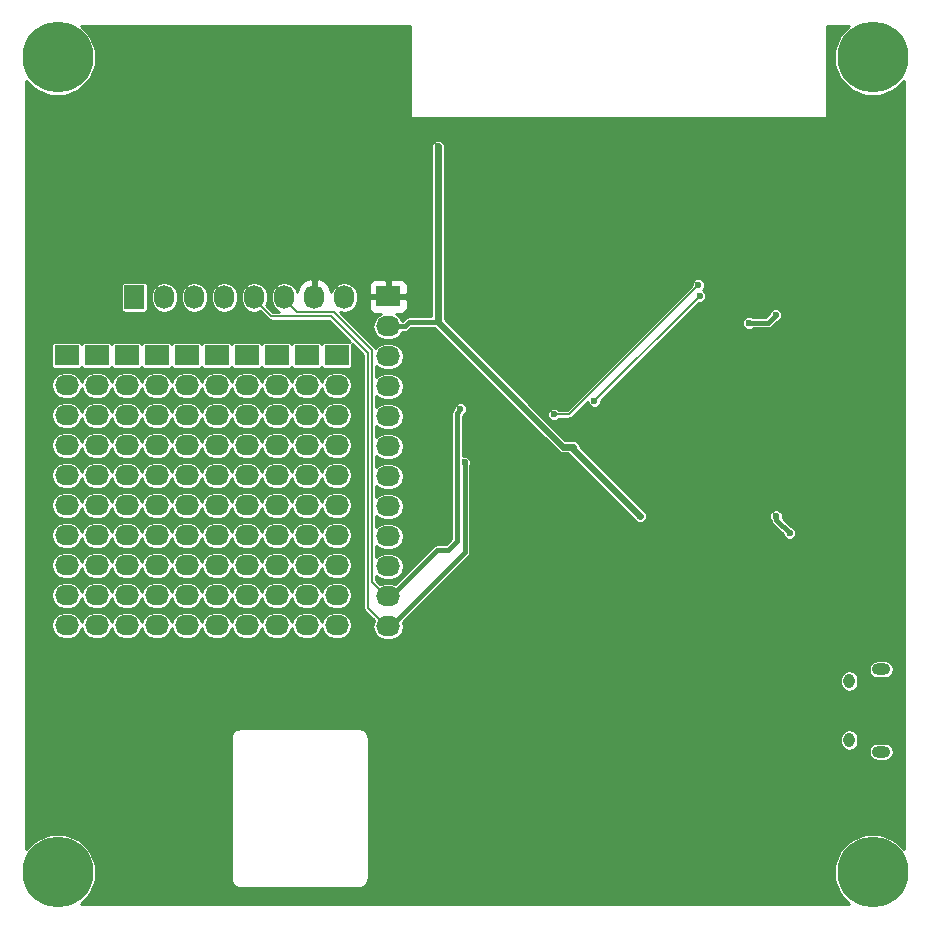
<source format=gbr>
G04 #@! TF.FileFunction,Copper,L2,Bot,Signal*
%FSLAX46Y46*%
G04 Gerber Fmt 4.6, Leading zero omitted, Abs format (unit mm)*
G04 Created by KiCad (PCBNEW 4.0.7) date 02/28/18 12:52:47*
%MOMM*%
%LPD*%
G01*
G04 APERTURE LIST*
%ADD10C,0.100000*%
%ADD11C,6.000000*%
%ADD12R,2.032000X1.727200*%
%ADD13O,2.032000X1.727200*%
%ADD14O,0.950000X1.250000*%
%ADD15O,1.550000X1.000000*%
%ADD16R,1.727200X2.032000*%
%ADD17O,1.727200X2.032000*%
%ADD18C,0.600000*%
%ADD19C,0.400000*%
%ADD20C,0.600000*%
%ADD21C,0.200000*%
%ADD22C,0.254000*%
G04 APERTURE END LIST*
D10*
D11*
X100000000Y-100000000D03*
X100000000Y-169000000D03*
X169000000Y-169000000D03*
D12*
X123630000Y-125220000D03*
D13*
X123630000Y-127760000D03*
X123630000Y-130300000D03*
X123630000Y-132840000D03*
X123630000Y-135380000D03*
X123630000Y-137920000D03*
X123630000Y-140460000D03*
X123630000Y-143000000D03*
X123630000Y-145540000D03*
X123630000Y-148080000D03*
D12*
X121090000Y-125220000D03*
D13*
X121090000Y-127760000D03*
X121090000Y-130300000D03*
X121090000Y-132840000D03*
X121090000Y-135380000D03*
X121090000Y-137920000D03*
X121090000Y-140460000D03*
X121090000Y-143000000D03*
X121090000Y-145540000D03*
X121090000Y-148080000D03*
D12*
X118550000Y-125220000D03*
D13*
X118550000Y-127760000D03*
X118550000Y-130300000D03*
X118550000Y-132840000D03*
X118550000Y-135380000D03*
X118550000Y-137920000D03*
X118550000Y-140460000D03*
X118550000Y-143000000D03*
X118550000Y-145540000D03*
X118550000Y-148080000D03*
D12*
X116010000Y-125220000D03*
D13*
X116010000Y-127760000D03*
X116010000Y-130300000D03*
X116010000Y-132840000D03*
X116010000Y-135380000D03*
X116010000Y-137920000D03*
X116010000Y-140460000D03*
X116010000Y-143000000D03*
X116010000Y-145540000D03*
X116010000Y-148080000D03*
D12*
X113470000Y-125220000D03*
D13*
X113470000Y-127760000D03*
X113470000Y-130300000D03*
X113470000Y-132840000D03*
X113470000Y-135380000D03*
X113470000Y-137920000D03*
X113470000Y-140460000D03*
X113470000Y-143000000D03*
X113470000Y-145540000D03*
X113470000Y-148080000D03*
D12*
X110930000Y-125220000D03*
D13*
X110930000Y-127760000D03*
X110930000Y-130300000D03*
X110930000Y-132840000D03*
X110930000Y-135380000D03*
X110930000Y-137920000D03*
X110930000Y-140460000D03*
X110930000Y-143000000D03*
X110930000Y-145540000D03*
X110930000Y-148080000D03*
D12*
X108390000Y-125220000D03*
D13*
X108390000Y-127760000D03*
X108390000Y-130300000D03*
X108390000Y-132840000D03*
X108390000Y-135380000D03*
X108390000Y-137920000D03*
X108390000Y-140460000D03*
X108390000Y-143000000D03*
X108390000Y-145540000D03*
X108390000Y-148080000D03*
D12*
X105850000Y-125220000D03*
D13*
X105850000Y-127760000D03*
X105850000Y-130300000D03*
X105850000Y-132840000D03*
X105850000Y-135380000D03*
X105850000Y-137920000D03*
X105850000Y-140460000D03*
X105850000Y-143000000D03*
X105850000Y-145540000D03*
X105850000Y-148080000D03*
D12*
X103310000Y-125220000D03*
D13*
X103310000Y-127760000D03*
X103310000Y-130300000D03*
X103310000Y-132840000D03*
X103310000Y-135380000D03*
X103310000Y-137920000D03*
X103310000Y-140460000D03*
X103310000Y-143000000D03*
X103310000Y-145540000D03*
X103310000Y-148080000D03*
D14*
X167037460Y-157800900D03*
X167037460Y-152800900D03*
D15*
X169737460Y-158800900D03*
X169737460Y-151800900D03*
D12*
X127980000Y-120230000D03*
D13*
X127980000Y-122770000D03*
X127980000Y-125310000D03*
X127980000Y-127850000D03*
X127980000Y-130390000D03*
X127980000Y-132930000D03*
X127980000Y-135470000D03*
X127980000Y-138010000D03*
X127980000Y-140550000D03*
X127980000Y-143090000D03*
X127980000Y-145630000D03*
X127980000Y-148170000D03*
D12*
X100770000Y-125220000D03*
D13*
X100770000Y-127760000D03*
X100770000Y-130300000D03*
X100770000Y-132840000D03*
X100770000Y-135380000D03*
X100770000Y-137920000D03*
X100770000Y-140460000D03*
X100770000Y-143000000D03*
X100770000Y-145540000D03*
X100770000Y-148080000D03*
D11*
X169000000Y-100000000D03*
D16*
X106480000Y-120300000D03*
D17*
X109020000Y-120300000D03*
X111560000Y-120300000D03*
X114100000Y-120300000D03*
X116640000Y-120300000D03*
X119180000Y-120300000D03*
X121720000Y-120300000D03*
X124260000Y-120300000D03*
D18*
X121460000Y-109330000D03*
X98750000Y-112900000D03*
X165250000Y-107450000D03*
X154250000Y-106200000D03*
X165290000Y-118660000D03*
X158350000Y-106310000D03*
X169970000Y-131990000D03*
X170060000Y-136840000D03*
X169110000Y-143250000D03*
X165890000Y-138840000D03*
X157650000Y-139680000D03*
X143650000Y-170120000D03*
X143700000Y-165020000D03*
X141510000Y-126280000D03*
X146917434Y-113962662D03*
X140320000Y-106220000D03*
X135790000Y-106250000D03*
X126740000Y-106610000D03*
X150290000Y-148260000D03*
X150260000Y-145790000D03*
X152800000Y-142370000D03*
X153020000Y-143470000D03*
X157760000Y-145780000D03*
X157820000Y-150620000D03*
X159010000Y-154540000D03*
X165580000Y-153570000D03*
X168410000Y-153990000D03*
X161970000Y-140270000D03*
X160830000Y-138850000D03*
X132212662Y-107532662D03*
X143630000Y-132940000D03*
X149310000Y-138810000D03*
X160790000Y-121790000D03*
X158520000Y-122460000D03*
X134110000Y-129780000D03*
X134460011Y-134293271D03*
X145450000Y-129100000D03*
X154350000Y-120200000D03*
X142000000Y-130219999D03*
X154250000Y-119250000D03*
D19*
X98750000Y-112900000D02*
X98700000Y-112950000D01*
X98700000Y-112950000D02*
X98700000Y-113200000D01*
X127980000Y-122770000D02*
X129396000Y-122770000D01*
X129396000Y-122770000D02*
X129763338Y-122402662D01*
X129763338Y-122402662D02*
X132212662Y-122402662D01*
X160830000Y-138850000D02*
X160830000Y-139130000D01*
X160830000Y-139130000D02*
X161970000Y-140270000D01*
D20*
X142750000Y-132940000D02*
X132212662Y-122402662D01*
X132212662Y-122402662D02*
X132212662Y-107532662D01*
X143630000Y-132940000D02*
X142750000Y-132940000D01*
X149310000Y-138810000D02*
X143630000Y-133130000D01*
X143630000Y-133130000D02*
X143630000Y-132940000D01*
D19*
X158520000Y-122460000D02*
X160120000Y-122460000D01*
X160120000Y-122460000D02*
X160790000Y-121790000D01*
D21*
X120293610Y-121566010D02*
X119180000Y-120452400D01*
X123416010Y-121566010D02*
X120293610Y-121566010D01*
X127827600Y-145630000D02*
X126600011Y-144402411D01*
X126600011Y-124750011D02*
X123416010Y-121566010D01*
X127980000Y-145630000D02*
X127827600Y-145630000D01*
X119180000Y-120452400D02*
X119180000Y-120300000D01*
X126600011Y-144402411D02*
X126600011Y-124750011D01*
D19*
X133060000Y-141710000D02*
X132112400Y-141710000D01*
X132112400Y-141710000D02*
X128172400Y-145650000D01*
X128172400Y-145650000D02*
X128020000Y-145650000D01*
X133810001Y-140959999D02*
X133060000Y-141710000D01*
X133810001Y-130079999D02*
X133810001Y-140959999D01*
X134110000Y-129780000D02*
X133810001Y-130079999D01*
D21*
X127980000Y-148170000D02*
X127827600Y-148170000D01*
X127827600Y-148170000D02*
X126250000Y-146592400D01*
X123116021Y-121916021D02*
X118103621Y-121916021D01*
X126250000Y-146592400D02*
X126250000Y-125050000D01*
X126250000Y-125050000D02*
X123116021Y-121916021D01*
X118103621Y-121916021D02*
X116640000Y-120452400D01*
X116640000Y-120452400D02*
X116640000Y-120300000D01*
D19*
X128172400Y-148190000D02*
X134460011Y-141902389D01*
X134460011Y-141902389D02*
X134460011Y-134717535D01*
X128020000Y-148190000D02*
X128172400Y-148190000D01*
X134460011Y-134717535D02*
X134460011Y-134293271D01*
D21*
X154350000Y-120200000D02*
X145450000Y-129100000D01*
X154250000Y-119250000D02*
X143280001Y-130219999D01*
X143280001Y-130219999D02*
X142000000Y-130219999D01*
D22*
G36*
X129873000Y-105000000D02*
X129881685Y-105046159D01*
X129908965Y-105088553D01*
X129950590Y-105116994D01*
X130000000Y-105127000D01*
X165000000Y-105127000D01*
X165046159Y-105118315D01*
X165088553Y-105091035D01*
X165116994Y-105049410D01*
X165127000Y-105000000D01*
X165127000Y-97327169D01*
X167039073Y-97327169D01*
X166223515Y-98141305D01*
X165723570Y-99345305D01*
X165722433Y-100648976D01*
X166220275Y-101853846D01*
X167141305Y-102776485D01*
X168345305Y-103276430D01*
X169648976Y-103277567D01*
X170853846Y-102779725D01*
X171673580Y-101961421D01*
X171673580Y-167039824D01*
X170858695Y-166223515D01*
X169654695Y-165723570D01*
X168351024Y-165722433D01*
X167146154Y-166220275D01*
X166223515Y-167141305D01*
X165723570Y-168345305D01*
X165722433Y-169648976D01*
X166220275Y-170853846D01*
X167038169Y-171673169D01*
X101960588Y-171673169D01*
X102776485Y-170858695D01*
X103276430Y-169654695D01*
X103277567Y-168351024D01*
X102779725Y-167146154D01*
X101858695Y-166223515D01*
X100654695Y-165723570D01*
X99351024Y-165722433D01*
X98146154Y-166220275D01*
X97327580Y-167037421D01*
X97327580Y-157600000D01*
X114673000Y-157600000D01*
X114673000Y-169499997D01*
X114679283Y-169531584D01*
X114679283Y-169563791D01*
X114717343Y-169755133D01*
X114717343Y-169755136D01*
X114766170Y-169873012D01*
X114874557Y-170035223D01*
X114919666Y-170080331D01*
X114964774Y-170125440D01*
X115126985Y-170233827D01*
X115244861Y-170282653D01*
X115244862Y-170282653D01*
X115244864Y-170282654D01*
X115436206Y-170320714D01*
X115468413Y-170320714D01*
X115500000Y-170326997D01*
X125500000Y-170326997D01*
X125531587Y-170320714D01*
X125563794Y-170320714D01*
X125755137Y-170282654D01*
X125755139Y-170282654D01*
X125873015Y-170233827D01*
X126035226Y-170125440D01*
X126080334Y-170080331D01*
X126125443Y-170035223D01*
X126233830Y-169873012D01*
X126282656Y-169755136D01*
X126282656Y-169755135D01*
X126282657Y-169755133D01*
X126320717Y-169563791D01*
X126320717Y-169531584D01*
X126327000Y-169499997D01*
X126327000Y-158800900D01*
X168664850Y-158800900D01*
X168723996Y-159098245D01*
X168892428Y-159350322D01*
X169144505Y-159518754D01*
X169441850Y-159577900D01*
X170033070Y-159577900D01*
X170330415Y-159518754D01*
X170582492Y-159350322D01*
X170750924Y-159098245D01*
X170810070Y-158800900D01*
X170750924Y-158503555D01*
X170582492Y-158251478D01*
X170330415Y-158083046D01*
X170033070Y-158023900D01*
X169441850Y-158023900D01*
X169144505Y-158083046D01*
X168892428Y-158251478D01*
X168723996Y-158503555D01*
X168664850Y-158800900D01*
X126327000Y-158800900D01*
X126327000Y-157633229D01*
X166285460Y-157633229D01*
X166285460Y-157968571D01*
X166342703Y-158256349D01*
X166505716Y-158500315D01*
X166749682Y-158663328D01*
X167037460Y-158720571D01*
X167325238Y-158663328D01*
X167569204Y-158500315D01*
X167732217Y-158256349D01*
X167789460Y-157968571D01*
X167789460Y-157633229D01*
X167732217Y-157345451D01*
X167569204Y-157101485D01*
X167325238Y-156938472D01*
X167037460Y-156881229D01*
X166749682Y-156938472D01*
X166505716Y-157101485D01*
X166342703Y-157345451D01*
X166285460Y-157633229D01*
X126327000Y-157633229D01*
X126327000Y-157600000D01*
X126320717Y-157568413D01*
X126320717Y-157536206D01*
X126282657Y-157344864D01*
X126233831Y-157226987D01*
X126233830Y-157226986D01*
X126233830Y-157226985D01*
X126125443Y-157064774D01*
X126080334Y-157019666D01*
X126035226Y-156974557D01*
X125873015Y-156866170D01*
X125755139Y-156817343D01*
X125755137Y-156817343D01*
X125563794Y-156779283D01*
X125531587Y-156779283D01*
X125500000Y-156773000D01*
X115500000Y-156773000D01*
X115468413Y-156779283D01*
X115436206Y-156779283D01*
X115244864Y-156817343D01*
X115244862Y-156817344D01*
X115244861Y-156817344D01*
X115126985Y-156866170D01*
X114964774Y-156974557D01*
X114919666Y-157019666D01*
X114874557Y-157064774D01*
X114766170Y-157226985D01*
X114717343Y-157344861D01*
X114717343Y-157344863D01*
X114679283Y-157536206D01*
X114679283Y-157568413D01*
X114673000Y-157600000D01*
X97327580Y-157600000D01*
X97327580Y-152633229D01*
X166285460Y-152633229D01*
X166285460Y-152968571D01*
X166342703Y-153256349D01*
X166505716Y-153500315D01*
X166749682Y-153663328D01*
X167037460Y-153720571D01*
X167325238Y-153663328D01*
X167569204Y-153500315D01*
X167732217Y-153256349D01*
X167789460Y-152968571D01*
X167789460Y-152633229D01*
X167732217Y-152345451D01*
X167569204Y-152101485D01*
X167325238Y-151938472D01*
X167037460Y-151881229D01*
X166749682Y-151938472D01*
X166505716Y-152101485D01*
X166342703Y-152345451D01*
X166285460Y-152633229D01*
X97327580Y-152633229D01*
X97327580Y-151800900D01*
X168664850Y-151800900D01*
X168723996Y-152098245D01*
X168892428Y-152350322D01*
X169144505Y-152518754D01*
X169441850Y-152577900D01*
X170033070Y-152577900D01*
X170330415Y-152518754D01*
X170582492Y-152350322D01*
X170750924Y-152098245D01*
X170810070Y-151800900D01*
X170750924Y-151503555D01*
X170582492Y-151251478D01*
X170330415Y-151083046D01*
X170033070Y-151023900D01*
X169441850Y-151023900D01*
X169144505Y-151083046D01*
X168892428Y-151251478D01*
X168723996Y-151503555D01*
X168664850Y-151800900D01*
X97327580Y-151800900D01*
X97327580Y-148080000D01*
X99451669Y-148080000D01*
X99538492Y-148516489D01*
X99785743Y-148886526D01*
X100155780Y-149133777D01*
X100592269Y-149220600D01*
X100947731Y-149220600D01*
X101384220Y-149133777D01*
X101754257Y-148886526D01*
X102001508Y-148516489D01*
X102040000Y-148322977D01*
X102078492Y-148516489D01*
X102325743Y-148886526D01*
X102695780Y-149133777D01*
X103132269Y-149220600D01*
X103487731Y-149220600D01*
X103924220Y-149133777D01*
X104294257Y-148886526D01*
X104541508Y-148516489D01*
X104580000Y-148322977D01*
X104618492Y-148516489D01*
X104865743Y-148886526D01*
X105235780Y-149133777D01*
X105672269Y-149220600D01*
X106027731Y-149220600D01*
X106464220Y-149133777D01*
X106834257Y-148886526D01*
X107081508Y-148516489D01*
X107120000Y-148322977D01*
X107158492Y-148516489D01*
X107405743Y-148886526D01*
X107775780Y-149133777D01*
X108212269Y-149220600D01*
X108567731Y-149220600D01*
X109004220Y-149133777D01*
X109374257Y-148886526D01*
X109621508Y-148516489D01*
X109660000Y-148322977D01*
X109698492Y-148516489D01*
X109945743Y-148886526D01*
X110315780Y-149133777D01*
X110752269Y-149220600D01*
X111107731Y-149220600D01*
X111544220Y-149133777D01*
X111914257Y-148886526D01*
X112161508Y-148516489D01*
X112200000Y-148322977D01*
X112238492Y-148516489D01*
X112485743Y-148886526D01*
X112855780Y-149133777D01*
X113292269Y-149220600D01*
X113647731Y-149220600D01*
X114084220Y-149133777D01*
X114454257Y-148886526D01*
X114701508Y-148516489D01*
X114740000Y-148322977D01*
X114778492Y-148516489D01*
X115025743Y-148886526D01*
X115395780Y-149133777D01*
X115832269Y-149220600D01*
X116187731Y-149220600D01*
X116624220Y-149133777D01*
X116994257Y-148886526D01*
X117241508Y-148516489D01*
X117280000Y-148322977D01*
X117318492Y-148516489D01*
X117565743Y-148886526D01*
X117935780Y-149133777D01*
X118372269Y-149220600D01*
X118727731Y-149220600D01*
X119164220Y-149133777D01*
X119534257Y-148886526D01*
X119781508Y-148516489D01*
X119820000Y-148322977D01*
X119858492Y-148516489D01*
X120105743Y-148886526D01*
X120475780Y-149133777D01*
X120912269Y-149220600D01*
X121267731Y-149220600D01*
X121704220Y-149133777D01*
X122074257Y-148886526D01*
X122321508Y-148516489D01*
X122360000Y-148322977D01*
X122398492Y-148516489D01*
X122645743Y-148886526D01*
X123015780Y-149133777D01*
X123452269Y-149220600D01*
X123807731Y-149220600D01*
X124244220Y-149133777D01*
X124614257Y-148886526D01*
X124861508Y-148516489D01*
X124948331Y-148080000D01*
X124861508Y-147643511D01*
X124614257Y-147273474D01*
X124244220Y-147026223D01*
X123807731Y-146939400D01*
X123452269Y-146939400D01*
X123015780Y-147026223D01*
X122645743Y-147273474D01*
X122398492Y-147643511D01*
X122360000Y-147837023D01*
X122321508Y-147643511D01*
X122074257Y-147273474D01*
X121704220Y-147026223D01*
X121267731Y-146939400D01*
X120912269Y-146939400D01*
X120475780Y-147026223D01*
X120105743Y-147273474D01*
X119858492Y-147643511D01*
X119820000Y-147837023D01*
X119781508Y-147643511D01*
X119534257Y-147273474D01*
X119164220Y-147026223D01*
X118727731Y-146939400D01*
X118372269Y-146939400D01*
X117935780Y-147026223D01*
X117565743Y-147273474D01*
X117318492Y-147643511D01*
X117280000Y-147837023D01*
X117241508Y-147643511D01*
X116994257Y-147273474D01*
X116624220Y-147026223D01*
X116187731Y-146939400D01*
X115832269Y-146939400D01*
X115395780Y-147026223D01*
X115025743Y-147273474D01*
X114778492Y-147643511D01*
X114740000Y-147837023D01*
X114701508Y-147643511D01*
X114454257Y-147273474D01*
X114084220Y-147026223D01*
X113647731Y-146939400D01*
X113292269Y-146939400D01*
X112855780Y-147026223D01*
X112485743Y-147273474D01*
X112238492Y-147643511D01*
X112200000Y-147837023D01*
X112161508Y-147643511D01*
X111914257Y-147273474D01*
X111544220Y-147026223D01*
X111107731Y-146939400D01*
X110752269Y-146939400D01*
X110315780Y-147026223D01*
X109945743Y-147273474D01*
X109698492Y-147643511D01*
X109660000Y-147837023D01*
X109621508Y-147643511D01*
X109374257Y-147273474D01*
X109004220Y-147026223D01*
X108567731Y-146939400D01*
X108212269Y-146939400D01*
X107775780Y-147026223D01*
X107405743Y-147273474D01*
X107158492Y-147643511D01*
X107120000Y-147837023D01*
X107081508Y-147643511D01*
X106834257Y-147273474D01*
X106464220Y-147026223D01*
X106027731Y-146939400D01*
X105672269Y-146939400D01*
X105235780Y-147026223D01*
X104865743Y-147273474D01*
X104618492Y-147643511D01*
X104580000Y-147837023D01*
X104541508Y-147643511D01*
X104294257Y-147273474D01*
X103924220Y-147026223D01*
X103487731Y-146939400D01*
X103132269Y-146939400D01*
X102695780Y-147026223D01*
X102325743Y-147273474D01*
X102078492Y-147643511D01*
X102040000Y-147837023D01*
X102001508Y-147643511D01*
X101754257Y-147273474D01*
X101384220Y-147026223D01*
X100947731Y-146939400D01*
X100592269Y-146939400D01*
X100155780Y-147026223D01*
X99785743Y-147273474D01*
X99538492Y-147643511D01*
X99451669Y-148080000D01*
X97327580Y-148080000D01*
X97327580Y-145540000D01*
X99451669Y-145540000D01*
X99538492Y-145976489D01*
X99785743Y-146346526D01*
X100155780Y-146593777D01*
X100592269Y-146680600D01*
X100947731Y-146680600D01*
X101384220Y-146593777D01*
X101754257Y-146346526D01*
X102001508Y-145976489D01*
X102040000Y-145782977D01*
X102078492Y-145976489D01*
X102325743Y-146346526D01*
X102695780Y-146593777D01*
X103132269Y-146680600D01*
X103487731Y-146680600D01*
X103924220Y-146593777D01*
X104294257Y-146346526D01*
X104541508Y-145976489D01*
X104580000Y-145782977D01*
X104618492Y-145976489D01*
X104865743Y-146346526D01*
X105235780Y-146593777D01*
X105672269Y-146680600D01*
X106027731Y-146680600D01*
X106464220Y-146593777D01*
X106834257Y-146346526D01*
X107081508Y-145976489D01*
X107120000Y-145782977D01*
X107158492Y-145976489D01*
X107405743Y-146346526D01*
X107775780Y-146593777D01*
X108212269Y-146680600D01*
X108567731Y-146680600D01*
X109004220Y-146593777D01*
X109374257Y-146346526D01*
X109621508Y-145976489D01*
X109660000Y-145782977D01*
X109698492Y-145976489D01*
X109945743Y-146346526D01*
X110315780Y-146593777D01*
X110752269Y-146680600D01*
X111107731Y-146680600D01*
X111544220Y-146593777D01*
X111914257Y-146346526D01*
X112161508Y-145976489D01*
X112200000Y-145782977D01*
X112238492Y-145976489D01*
X112485743Y-146346526D01*
X112855780Y-146593777D01*
X113292269Y-146680600D01*
X113647731Y-146680600D01*
X114084220Y-146593777D01*
X114454257Y-146346526D01*
X114701508Y-145976489D01*
X114740000Y-145782977D01*
X114778492Y-145976489D01*
X115025743Y-146346526D01*
X115395780Y-146593777D01*
X115832269Y-146680600D01*
X116187731Y-146680600D01*
X116624220Y-146593777D01*
X116994257Y-146346526D01*
X117241508Y-145976489D01*
X117280000Y-145782977D01*
X117318492Y-145976489D01*
X117565743Y-146346526D01*
X117935780Y-146593777D01*
X118372269Y-146680600D01*
X118727731Y-146680600D01*
X119164220Y-146593777D01*
X119534257Y-146346526D01*
X119781508Y-145976489D01*
X119820000Y-145782977D01*
X119858492Y-145976489D01*
X120105743Y-146346526D01*
X120475780Y-146593777D01*
X120912269Y-146680600D01*
X121267731Y-146680600D01*
X121704220Y-146593777D01*
X122074257Y-146346526D01*
X122321508Y-145976489D01*
X122360000Y-145782977D01*
X122398492Y-145976489D01*
X122645743Y-146346526D01*
X123015780Y-146593777D01*
X123452269Y-146680600D01*
X123807731Y-146680600D01*
X124244220Y-146593777D01*
X124614257Y-146346526D01*
X124861508Y-145976489D01*
X124948331Y-145540000D01*
X124861508Y-145103511D01*
X124614257Y-144733474D01*
X124244220Y-144486223D01*
X123807731Y-144399400D01*
X123452269Y-144399400D01*
X123015780Y-144486223D01*
X122645743Y-144733474D01*
X122398492Y-145103511D01*
X122360000Y-145297023D01*
X122321508Y-145103511D01*
X122074257Y-144733474D01*
X121704220Y-144486223D01*
X121267731Y-144399400D01*
X120912269Y-144399400D01*
X120475780Y-144486223D01*
X120105743Y-144733474D01*
X119858492Y-145103511D01*
X119820000Y-145297023D01*
X119781508Y-145103511D01*
X119534257Y-144733474D01*
X119164220Y-144486223D01*
X118727731Y-144399400D01*
X118372269Y-144399400D01*
X117935780Y-144486223D01*
X117565743Y-144733474D01*
X117318492Y-145103511D01*
X117280000Y-145297023D01*
X117241508Y-145103511D01*
X116994257Y-144733474D01*
X116624220Y-144486223D01*
X116187731Y-144399400D01*
X115832269Y-144399400D01*
X115395780Y-144486223D01*
X115025743Y-144733474D01*
X114778492Y-145103511D01*
X114740000Y-145297023D01*
X114701508Y-145103511D01*
X114454257Y-144733474D01*
X114084220Y-144486223D01*
X113647731Y-144399400D01*
X113292269Y-144399400D01*
X112855780Y-144486223D01*
X112485743Y-144733474D01*
X112238492Y-145103511D01*
X112200000Y-145297023D01*
X112161508Y-145103511D01*
X111914257Y-144733474D01*
X111544220Y-144486223D01*
X111107731Y-144399400D01*
X110752269Y-144399400D01*
X110315780Y-144486223D01*
X109945743Y-144733474D01*
X109698492Y-145103511D01*
X109660000Y-145297023D01*
X109621508Y-145103511D01*
X109374257Y-144733474D01*
X109004220Y-144486223D01*
X108567731Y-144399400D01*
X108212269Y-144399400D01*
X107775780Y-144486223D01*
X107405743Y-144733474D01*
X107158492Y-145103511D01*
X107120000Y-145297023D01*
X107081508Y-145103511D01*
X106834257Y-144733474D01*
X106464220Y-144486223D01*
X106027731Y-144399400D01*
X105672269Y-144399400D01*
X105235780Y-144486223D01*
X104865743Y-144733474D01*
X104618492Y-145103511D01*
X104580000Y-145297023D01*
X104541508Y-145103511D01*
X104294257Y-144733474D01*
X103924220Y-144486223D01*
X103487731Y-144399400D01*
X103132269Y-144399400D01*
X102695780Y-144486223D01*
X102325743Y-144733474D01*
X102078492Y-145103511D01*
X102040000Y-145297023D01*
X102001508Y-145103511D01*
X101754257Y-144733474D01*
X101384220Y-144486223D01*
X100947731Y-144399400D01*
X100592269Y-144399400D01*
X100155780Y-144486223D01*
X99785743Y-144733474D01*
X99538492Y-145103511D01*
X99451669Y-145540000D01*
X97327580Y-145540000D01*
X97327580Y-143000000D01*
X99451669Y-143000000D01*
X99538492Y-143436489D01*
X99785743Y-143806526D01*
X100155780Y-144053777D01*
X100592269Y-144140600D01*
X100947731Y-144140600D01*
X101384220Y-144053777D01*
X101754257Y-143806526D01*
X102001508Y-143436489D01*
X102040000Y-143242977D01*
X102078492Y-143436489D01*
X102325743Y-143806526D01*
X102695780Y-144053777D01*
X103132269Y-144140600D01*
X103487731Y-144140600D01*
X103924220Y-144053777D01*
X104294257Y-143806526D01*
X104541508Y-143436489D01*
X104580000Y-143242977D01*
X104618492Y-143436489D01*
X104865743Y-143806526D01*
X105235780Y-144053777D01*
X105672269Y-144140600D01*
X106027731Y-144140600D01*
X106464220Y-144053777D01*
X106834257Y-143806526D01*
X107081508Y-143436489D01*
X107120000Y-143242977D01*
X107158492Y-143436489D01*
X107405743Y-143806526D01*
X107775780Y-144053777D01*
X108212269Y-144140600D01*
X108567731Y-144140600D01*
X109004220Y-144053777D01*
X109374257Y-143806526D01*
X109621508Y-143436489D01*
X109660000Y-143242977D01*
X109698492Y-143436489D01*
X109945743Y-143806526D01*
X110315780Y-144053777D01*
X110752269Y-144140600D01*
X111107731Y-144140600D01*
X111544220Y-144053777D01*
X111914257Y-143806526D01*
X112161508Y-143436489D01*
X112200000Y-143242977D01*
X112238492Y-143436489D01*
X112485743Y-143806526D01*
X112855780Y-144053777D01*
X113292269Y-144140600D01*
X113647731Y-144140600D01*
X114084220Y-144053777D01*
X114454257Y-143806526D01*
X114701508Y-143436489D01*
X114740000Y-143242977D01*
X114778492Y-143436489D01*
X115025743Y-143806526D01*
X115395780Y-144053777D01*
X115832269Y-144140600D01*
X116187731Y-144140600D01*
X116624220Y-144053777D01*
X116994257Y-143806526D01*
X117241508Y-143436489D01*
X117280000Y-143242977D01*
X117318492Y-143436489D01*
X117565743Y-143806526D01*
X117935780Y-144053777D01*
X118372269Y-144140600D01*
X118727731Y-144140600D01*
X119164220Y-144053777D01*
X119534257Y-143806526D01*
X119781508Y-143436489D01*
X119820000Y-143242977D01*
X119858492Y-143436489D01*
X120105743Y-143806526D01*
X120475780Y-144053777D01*
X120912269Y-144140600D01*
X121267731Y-144140600D01*
X121704220Y-144053777D01*
X122074257Y-143806526D01*
X122321508Y-143436489D01*
X122360000Y-143242977D01*
X122398492Y-143436489D01*
X122645743Y-143806526D01*
X123015780Y-144053777D01*
X123452269Y-144140600D01*
X123807731Y-144140600D01*
X124244220Y-144053777D01*
X124614257Y-143806526D01*
X124861508Y-143436489D01*
X124948331Y-143000000D01*
X124861508Y-142563511D01*
X124614257Y-142193474D01*
X124244220Y-141946223D01*
X123807731Y-141859400D01*
X123452269Y-141859400D01*
X123015780Y-141946223D01*
X122645743Y-142193474D01*
X122398492Y-142563511D01*
X122360000Y-142757023D01*
X122321508Y-142563511D01*
X122074257Y-142193474D01*
X121704220Y-141946223D01*
X121267731Y-141859400D01*
X120912269Y-141859400D01*
X120475780Y-141946223D01*
X120105743Y-142193474D01*
X119858492Y-142563511D01*
X119820000Y-142757023D01*
X119781508Y-142563511D01*
X119534257Y-142193474D01*
X119164220Y-141946223D01*
X118727731Y-141859400D01*
X118372269Y-141859400D01*
X117935780Y-141946223D01*
X117565743Y-142193474D01*
X117318492Y-142563511D01*
X117280000Y-142757023D01*
X117241508Y-142563511D01*
X116994257Y-142193474D01*
X116624220Y-141946223D01*
X116187731Y-141859400D01*
X115832269Y-141859400D01*
X115395780Y-141946223D01*
X115025743Y-142193474D01*
X114778492Y-142563511D01*
X114740000Y-142757023D01*
X114701508Y-142563511D01*
X114454257Y-142193474D01*
X114084220Y-141946223D01*
X113647731Y-141859400D01*
X113292269Y-141859400D01*
X112855780Y-141946223D01*
X112485743Y-142193474D01*
X112238492Y-142563511D01*
X112200000Y-142757023D01*
X112161508Y-142563511D01*
X111914257Y-142193474D01*
X111544220Y-141946223D01*
X111107731Y-141859400D01*
X110752269Y-141859400D01*
X110315780Y-141946223D01*
X109945743Y-142193474D01*
X109698492Y-142563511D01*
X109660000Y-142757023D01*
X109621508Y-142563511D01*
X109374257Y-142193474D01*
X109004220Y-141946223D01*
X108567731Y-141859400D01*
X108212269Y-141859400D01*
X107775780Y-141946223D01*
X107405743Y-142193474D01*
X107158492Y-142563511D01*
X107120000Y-142757023D01*
X107081508Y-142563511D01*
X106834257Y-142193474D01*
X106464220Y-141946223D01*
X106027731Y-141859400D01*
X105672269Y-141859400D01*
X105235780Y-141946223D01*
X104865743Y-142193474D01*
X104618492Y-142563511D01*
X104580000Y-142757023D01*
X104541508Y-142563511D01*
X104294257Y-142193474D01*
X103924220Y-141946223D01*
X103487731Y-141859400D01*
X103132269Y-141859400D01*
X102695780Y-141946223D01*
X102325743Y-142193474D01*
X102078492Y-142563511D01*
X102040000Y-142757023D01*
X102001508Y-142563511D01*
X101754257Y-142193474D01*
X101384220Y-141946223D01*
X100947731Y-141859400D01*
X100592269Y-141859400D01*
X100155780Y-141946223D01*
X99785743Y-142193474D01*
X99538492Y-142563511D01*
X99451669Y-143000000D01*
X97327580Y-143000000D01*
X97327580Y-140460000D01*
X99451669Y-140460000D01*
X99538492Y-140896489D01*
X99785743Y-141266526D01*
X100155780Y-141513777D01*
X100592269Y-141600600D01*
X100947731Y-141600600D01*
X101384220Y-141513777D01*
X101754257Y-141266526D01*
X102001508Y-140896489D01*
X102040000Y-140702977D01*
X102078492Y-140896489D01*
X102325743Y-141266526D01*
X102695780Y-141513777D01*
X103132269Y-141600600D01*
X103487731Y-141600600D01*
X103924220Y-141513777D01*
X104294257Y-141266526D01*
X104541508Y-140896489D01*
X104580000Y-140702977D01*
X104618492Y-140896489D01*
X104865743Y-141266526D01*
X105235780Y-141513777D01*
X105672269Y-141600600D01*
X106027731Y-141600600D01*
X106464220Y-141513777D01*
X106834257Y-141266526D01*
X107081508Y-140896489D01*
X107120000Y-140702977D01*
X107158492Y-140896489D01*
X107405743Y-141266526D01*
X107775780Y-141513777D01*
X108212269Y-141600600D01*
X108567731Y-141600600D01*
X109004220Y-141513777D01*
X109374257Y-141266526D01*
X109621508Y-140896489D01*
X109660000Y-140702977D01*
X109698492Y-140896489D01*
X109945743Y-141266526D01*
X110315780Y-141513777D01*
X110752269Y-141600600D01*
X111107731Y-141600600D01*
X111544220Y-141513777D01*
X111914257Y-141266526D01*
X112161508Y-140896489D01*
X112200000Y-140702977D01*
X112238492Y-140896489D01*
X112485743Y-141266526D01*
X112855780Y-141513777D01*
X113292269Y-141600600D01*
X113647731Y-141600600D01*
X114084220Y-141513777D01*
X114454257Y-141266526D01*
X114701508Y-140896489D01*
X114740000Y-140702977D01*
X114778492Y-140896489D01*
X115025743Y-141266526D01*
X115395780Y-141513777D01*
X115832269Y-141600600D01*
X116187731Y-141600600D01*
X116624220Y-141513777D01*
X116994257Y-141266526D01*
X117241508Y-140896489D01*
X117280000Y-140702977D01*
X117318492Y-140896489D01*
X117565743Y-141266526D01*
X117935780Y-141513777D01*
X118372269Y-141600600D01*
X118727731Y-141600600D01*
X119164220Y-141513777D01*
X119534257Y-141266526D01*
X119781508Y-140896489D01*
X119820000Y-140702977D01*
X119858492Y-140896489D01*
X120105743Y-141266526D01*
X120475780Y-141513777D01*
X120912269Y-141600600D01*
X121267731Y-141600600D01*
X121704220Y-141513777D01*
X122074257Y-141266526D01*
X122321508Y-140896489D01*
X122360000Y-140702977D01*
X122398492Y-140896489D01*
X122645743Y-141266526D01*
X123015780Y-141513777D01*
X123452269Y-141600600D01*
X123807731Y-141600600D01*
X124244220Y-141513777D01*
X124614257Y-141266526D01*
X124861508Y-140896489D01*
X124948331Y-140460000D01*
X124861508Y-140023511D01*
X124614257Y-139653474D01*
X124244220Y-139406223D01*
X123807731Y-139319400D01*
X123452269Y-139319400D01*
X123015780Y-139406223D01*
X122645743Y-139653474D01*
X122398492Y-140023511D01*
X122360000Y-140217023D01*
X122321508Y-140023511D01*
X122074257Y-139653474D01*
X121704220Y-139406223D01*
X121267731Y-139319400D01*
X120912269Y-139319400D01*
X120475780Y-139406223D01*
X120105743Y-139653474D01*
X119858492Y-140023511D01*
X119820000Y-140217023D01*
X119781508Y-140023511D01*
X119534257Y-139653474D01*
X119164220Y-139406223D01*
X118727731Y-139319400D01*
X118372269Y-139319400D01*
X117935780Y-139406223D01*
X117565743Y-139653474D01*
X117318492Y-140023511D01*
X117280000Y-140217023D01*
X117241508Y-140023511D01*
X116994257Y-139653474D01*
X116624220Y-139406223D01*
X116187731Y-139319400D01*
X115832269Y-139319400D01*
X115395780Y-139406223D01*
X115025743Y-139653474D01*
X114778492Y-140023511D01*
X114740000Y-140217023D01*
X114701508Y-140023511D01*
X114454257Y-139653474D01*
X114084220Y-139406223D01*
X113647731Y-139319400D01*
X113292269Y-139319400D01*
X112855780Y-139406223D01*
X112485743Y-139653474D01*
X112238492Y-140023511D01*
X112200000Y-140217023D01*
X112161508Y-140023511D01*
X111914257Y-139653474D01*
X111544220Y-139406223D01*
X111107731Y-139319400D01*
X110752269Y-139319400D01*
X110315780Y-139406223D01*
X109945743Y-139653474D01*
X109698492Y-140023511D01*
X109660000Y-140217023D01*
X109621508Y-140023511D01*
X109374257Y-139653474D01*
X109004220Y-139406223D01*
X108567731Y-139319400D01*
X108212269Y-139319400D01*
X107775780Y-139406223D01*
X107405743Y-139653474D01*
X107158492Y-140023511D01*
X107120000Y-140217023D01*
X107081508Y-140023511D01*
X106834257Y-139653474D01*
X106464220Y-139406223D01*
X106027731Y-139319400D01*
X105672269Y-139319400D01*
X105235780Y-139406223D01*
X104865743Y-139653474D01*
X104618492Y-140023511D01*
X104580000Y-140217023D01*
X104541508Y-140023511D01*
X104294257Y-139653474D01*
X103924220Y-139406223D01*
X103487731Y-139319400D01*
X103132269Y-139319400D01*
X102695780Y-139406223D01*
X102325743Y-139653474D01*
X102078492Y-140023511D01*
X102040000Y-140217023D01*
X102001508Y-140023511D01*
X101754257Y-139653474D01*
X101384220Y-139406223D01*
X100947731Y-139319400D01*
X100592269Y-139319400D01*
X100155780Y-139406223D01*
X99785743Y-139653474D01*
X99538492Y-140023511D01*
X99451669Y-140460000D01*
X97327580Y-140460000D01*
X97327580Y-137920000D01*
X99451669Y-137920000D01*
X99538492Y-138356489D01*
X99785743Y-138726526D01*
X100155780Y-138973777D01*
X100592269Y-139060600D01*
X100947731Y-139060600D01*
X101384220Y-138973777D01*
X101754257Y-138726526D01*
X102001508Y-138356489D01*
X102040000Y-138162977D01*
X102078492Y-138356489D01*
X102325743Y-138726526D01*
X102695780Y-138973777D01*
X103132269Y-139060600D01*
X103487731Y-139060600D01*
X103924220Y-138973777D01*
X104294257Y-138726526D01*
X104541508Y-138356489D01*
X104580000Y-138162977D01*
X104618492Y-138356489D01*
X104865743Y-138726526D01*
X105235780Y-138973777D01*
X105672269Y-139060600D01*
X106027731Y-139060600D01*
X106464220Y-138973777D01*
X106834257Y-138726526D01*
X107081508Y-138356489D01*
X107120000Y-138162977D01*
X107158492Y-138356489D01*
X107405743Y-138726526D01*
X107775780Y-138973777D01*
X108212269Y-139060600D01*
X108567731Y-139060600D01*
X109004220Y-138973777D01*
X109374257Y-138726526D01*
X109621508Y-138356489D01*
X109660000Y-138162977D01*
X109698492Y-138356489D01*
X109945743Y-138726526D01*
X110315780Y-138973777D01*
X110752269Y-139060600D01*
X111107731Y-139060600D01*
X111544220Y-138973777D01*
X111914257Y-138726526D01*
X112161508Y-138356489D01*
X112200000Y-138162977D01*
X112238492Y-138356489D01*
X112485743Y-138726526D01*
X112855780Y-138973777D01*
X113292269Y-139060600D01*
X113647731Y-139060600D01*
X114084220Y-138973777D01*
X114454257Y-138726526D01*
X114701508Y-138356489D01*
X114740000Y-138162977D01*
X114778492Y-138356489D01*
X115025743Y-138726526D01*
X115395780Y-138973777D01*
X115832269Y-139060600D01*
X116187731Y-139060600D01*
X116624220Y-138973777D01*
X116994257Y-138726526D01*
X117241508Y-138356489D01*
X117280000Y-138162977D01*
X117318492Y-138356489D01*
X117565743Y-138726526D01*
X117935780Y-138973777D01*
X118372269Y-139060600D01*
X118727731Y-139060600D01*
X119164220Y-138973777D01*
X119534257Y-138726526D01*
X119781508Y-138356489D01*
X119820000Y-138162977D01*
X119858492Y-138356489D01*
X120105743Y-138726526D01*
X120475780Y-138973777D01*
X120912269Y-139060600D01*
X121267731Y-139060600D01*
X121704220Y-138973777D01*
X122074257Y-138726526D01*
X122321508Y-138356489D01*
X122360000Y-138162977D01*
X122398492Y-138356489D01*
X122645743Y-138726526D01*
X123015780Y-138973777D01*
X123452269Y-139060600D01*
X123807731Y-139060600D01*
X124244220Y-138973777D01*
X124614257Y-138726526D01*
X124861508Y-138356489D01*
X124948331Y-137920000D01*
X124861508Y-137483511D01*
X124614257Y-137113474D01*
X124244220Y-136866223D01*
X123807731Y-136779400D01*
X123452269Y-136779400D01*
X123015780Y-136866223D01*
X122645743Y-137113474D01*
X122398492Y-137483511D01*
X122360000Y-137677023D01*
X122321508Y-137483511D01*
X122074257Y-137113474D01*
X121704220Y-136866223D01*
X121267731Y-136779400D01*
X120912269Y-136779400D01*
X120475780Y-136866223D01*
X120105743Y-137113474D01*
X119858492Y-137483511D01*
X119820000Y-137677023D01*
X119781508Y-137483511D01*
X119534257Y-137113474D01*
X119164220Y-136866223D01*
X118727731Y-136779400D01*
X118372269Y-136779400D01*
X117935780Y-136866223D01*
X117565743Y-137113474D01*
X117318492Y-137483511D01*
X117280000Y-137677023D01*
X117241508Y-137483511D01*
X116994257Y-137113474D01*
X116624220Y-136866223D01*
X116187731Y-136779400D01*
X115832269Y-136779400D01*
X115395780Y-136866223D01*
X115025743Y-137113474D01*
X114778492Y-137483511D01*
X114740000Y-137677023D01*
X114701508Y-137483511D01*
X114454257Y-137113474D01*
X114084220Y-136866223D01*
X113647731Y-136779400D01*
X113292269Y-136779400D01*
X112855780Y-136866223D01*
X112485743Y-137113474D01*
X112238492Y-137483511D01*
X112200000Y-137677023D01*
X112161508Y-137483511D01*
X111914257Y-137113474D01*
X111544220Y-136866223D01*
X111107731Y-136779400D01*
X110752269Y-136779400D01*
X110315780Y-136866223D01*
X109945743Y-137113474D01*
X109698492Y-137483511D01*
X109660000Y-137677023D01*
X109621508Y-137483511D01*
X109374257Y-137113474D01*
X109004220Y-136866223D01*
X108567731Y-136779400D01*
X108212269Y-136779400D01*
X107775780Y-136866223D01*
X107405743Y-137113474D01*
X107158492Y-137483511D01*
X107120000Y-137677023D01*
X107081508Y-137483511D01*
X106834257Y-137113474D01*
X106464220Y-136866223D01*
X106027731Y-136779400D01*
X105672269Y-136779400D01*
X105235780Y-136866223D01*
X104865743Y-137113474D01*
X104618492Y-137483511D01*
X104580000Y-137677023D01*
X104541508Y-137483511D01*
X104294257Y-137113474D01*
X103924220Y-136866223D01*
X103487731Y-136779400D01*
X103132269Y-136779400D01*
X102695780Y-136866223D01*
X102325743Y-137113474D01*
X102078492Y-137483511D01*
X102040000Y-137677023D01*
X102001508Y-137483511D01*
X101754257Y-137113474D01*
X101384220Y-136866223D01*
X100947731Y-136779400D01*
X100592269Y-136779400D01*
X100155780Y-136866223D01*
X99785743Y-137113474D01*
X99538492Y-137483511D01*
X99451669Y-137920000D01*
X97327580Y-137920000D01*
X97327580Y-135380000D01*
X99451669Y-135380000D01*
X99538492Y-135816489D01*
X99785743Y-136186526D01*
X100155780Y-136433777D01*
X100592269Y-136520600D01*
X100947731Y-136520600D01*
X101384220Y-136433777D01*
X101754257Y-136186526D01*
X102001508Y-135816489D01*
X102040000Y-135622977D01*
X102078492Y-135816489D01*
X102325743Y-136186526D01*
X102695780Y-136433777D01*
X103132269Y-136520600D01*
X103487731Y-136520600D01*
X103924220Y-136433777D01*
X104294257Y-136186526D01*
X104541508Y-135816489D01*
X104580000Y-135622977D01*
X104618492Y-135816489D01*
X104865743Y-136186526D01*
X105235780Y-136433777D01*
X105672269Y-136520600D01*
X106027731Y-136520600D01*
X106464220Y-136433777D01*
X106834257Y-136186526D01*
X107081508Y-135816489D01*
X107120000Y-135622977D01*
X107158492Y-135816489D01*
X107405743Y-136186526D01*
X107775780Y-136433777D01*
X108212269Y-136520600D01*
X108567731Y-136520600D01*
X109004220Y-136433777D01*
X109374257Y-136186526D01*
X109621508Y-135816489D01*
X109660000Y-135622977D01*
X109698492Y-135816489D01*
X109945743Y-136186526D01*
X110315780Y-136433777D01*
X110752269Y-136520600D01*
X111107731Y-136520600D01*
X111544220Y-136433777D01*
X111914257Y-136186526D01*
X112161508Y-135816489D01*
X112200000Y-135622977D01*
X112238492Y-135816489D01*
X112485743Y-136186526D01*
X112855780Y-136433777D01*
X113292269Y-136520600D01*
X113647731Y-136520600D01*
X114084220Y-136433777D01*
X114454257Y-136186526D01*
X114701508Y-135816489D01*
X114740000Y-135622977D01*
X114778492Y-135816489D01*
X115025743Y-136186526D01*
X115395780Y-136433777D01*
X115832269Y-136520600D01*
X116187731Y-136520600D01*
X116624220Y-136433777D01*
X116994257Y-136186526D01*
X117241508Y-135816489D01*
X117280000Y-135622977D01*
X117318492Y-135816489D01*
X117565743Y-136186526D01*
X117935780Y-136433777D01*
X118372269Y-136520600D01*
X118727731Y-136520600D01*
X119164220Y-136433777D01*
X119534257Y-136186526D01*
X119781508Y-135816489D01*
X119820000Y-135622977D01*
X119858492Y-135816489D01*
X120105743Y-136186526D01*
X120475780Y-136433777D01*
X120912269Y-136520600D01*
X121267731Y-136520600D01*
X121704220Y-136433777D01*
X122074257Y-136186526D01*
X122321508Y-135816489D01*
X122360000Y-135622977D01*
X122398492Y-135816489D01*
X122645743Y-136186526D01*
X123015780Y-136433777D01*
X123452269Y-136520600D01*
X123807731Y-136520600D01*
X124244220Y-136433777D01*
X124614257Y-136186526D01*
X124861508Y-135816489D01*
X124948331Y-135380000D01*
X124861508Y-134943511D01*
X124614257Y-134573474D01*
X124244220Y-134326223D01*
X123807731Y-134239400D01*
X123452269Y-134239400D01*
X123015780Y-134326223D01*
X122645743Y-134573474D01*
X122398492Y-134943511D01*
X122360000Y-135137023D01*
X122321508Y-134943511D01*
X122074257Y-134573474D01*
X121704220Y-134326223D01*
X121267731Y-134239400D01*
X120912269Y-134239400D01*
X120475780Y-134326223D01*
X120105743Y-134573474D01*
X119858492Y-134943511D01*
X119820000Y-135137023D01*
X119781508Y-134943511D01*
X119534257Y-134573474D01*
X119164220Y-134326223D01*
X118727731Y-134239400D01*
X118372269Y-134239400D01*
X117935780Y-134326223D01*
X117565743Y-134573474D01*
X117318492Y-134943511D01*
X117280000Y-135137023D01*
X117241508Y-134943511D01*
X116994257Y-134573474D01*
X116624220Y-134326223D01*
X116187731Y-134239400D01*
X115832269Y-134239400D01*
X115395780Y-134326223D01*
X115025743Y-134573474D01*
X114778492Y-134943511D01*
X114740000Y-135137023D01*
X114701508Y-134943511D01*
X114454257Y-134573474D01*
X114084220Y-134326223D01*
X113647731Y-134239400D01*
X113292269Y-134239400D01*
X112855780Y-134326223D01*
X112485743Y-134573474D01*
X112238492Y-134943511D01*
X112200000Y-135137023D01*
X112161508Y-134943511D01*
X111914257Y-134573474D01*
X111544220Y-134326223D01*
X111107731Y-134239400D01*
X110752269Y-134239400D01*
X110315780Y-134326223D01*
X109945743Y-134573474D01*
X109698492Y-134943511D01*
X109660000Y-135137023D01*
X109621508Y-134943511D01*
X109374257Y-134573474D01*
X109004220Y-134326223D01*
X108567731Y-134239400D01*
X108212269Y-134239400D01*
X107775780Y-134326223D01*
X107405743Y-134573474D01*
X107158492Y-134943511D01*
X107120000Y-135137023D01*
X107081508Y-134943511D01*
X106834257Y-134573474D01*
X106464220Y-134326223D01*
X106027731Y-134239400D01*
X105672269Y-134239400D01*
X105235780Y-134326223D01*
X104865743Y-134573474D01*
X104618492Y-134943511D01*
X104580000Y-135137023D01*
X104541508Y-134943511D01*
X104294257Y-134573474D01*
X103924220Y-134326223D01*
X103487731Y-134239400D01*
X103132269Y-134239400D01*
X102695780Y-134326223D01*
X102325743Y-134573474D01*
X102078492Y-134943511D01*
X102040000Y-135137023D01*
X102001508Y-134943511D01*
X101754257Y-134573474D01*
X101384220Y-134326223D01*
X100947731Y-134239400D01*
X100592269Y-134239400D01*
X100155780Y-134326223D01*
X99785743Y-134573474D01*
X99538492Y-134943511D01*
X99451669Y-135380000D01*
X97327580Y-135380000D01*
X97327580Y-132840000D01*
X99451669Y-132840000D01*
X99538492Y-133276489D01*
X99785743Y-133646526D01*
X100155780Y-133893777D01*
X100592269Y-133980600D01*
X100947731Y-133980600D01*
X101384220Y-133893777D01*
X101754257Y-133646526D01*
X102001508Y-133276489D01*
X102040000Y-133082977D01*
X102078492Y-133276489D01*
X102325743Y-133646526D01*
X102695780Y-133893777D01*
X103132269Y-133980600D01*
X103487731Y-133980600D01*
X103924220Y-133893777D01*
X104294257Y-133646526D01*
X104541508Y-133276489D01*
X104580000Y-133082977D01*
X104618492Y-133276489D01*
X104865743Y-133646526D01*
X105235780Y-133893777D01*
X105672269Y-133980600D01*
X106027731Y-133980600D01*
X106464220Y-133893777D01*
X106834257Y-133646526D01*
X107081508Y-133276489D01*
X107120000Y-133082977D01*
X107158492Y-133276489D01*
X107405743Y-133646526D01*
X107775780Y-133893777D01*
X108212269Y-133980600D01*
X108567731Y-133980600D01*
X109004220Y-133893777D01*
X109374257Y-133646526D01*
X109621508Y-133276489D01*
X109660000Y-133082977D01*
X109698492Y-133276489D01*
X109945743Y-133646526D01*
X110315780Y-133893777D01*
X110752269Y-133980600D01*
X111107731Y-133980600D01*
X111544220Y-133893777D01*
X111914257Y-133646526D01*
X112161508Y-133276489D01*
X112200000Y-133082977D01*
X112238492Y-133276489D01*
X112485743Y-133646526D01*
X112855780Y-133893777D01*
X113292269Y-133980600D01*
X113647731Y-133980600D01*
X114084220Y-133893777D01*
X114454257Y-133646526D01*
X114701508Y-133276489D01*
X114740000Y-133082977D01*
X114778492Y-133276489D01*
X115025743Y-133646526D01*
X115395780Y-133893777D01*
X115832269Y-133980600D01*
X116187731Y-133980600D01*
X116624220Y-133893777D01*
X116994257Y-133646526D01*
X117241508Y-133276489D01*
X117280000Y-133082977D01*
X117318492Y-133276489D01*
X117565743Y-133646526D01*
X117935780Y-133893777D01*
X118372269Y-133980600D01*
X118727731Y-133980600D01*
X119164220Y-133893777D01*
X119534257Y-133646526D01*
X119781508Y-133276489D01*
X119820000Y-133082977D01*
X119858492Y-133276489D01*
X120105743Y-133646526D01*
X120475780Y-133893777D01*
X120912269Y-133980600D01*
X121267731Y-133980600D01*
X121704220Y-133893777D01*
X122074257Y-133646526D01*
X122321508Y-133276489D01*
X122360000Y-133082977D01*
X122398492Y-133276489D01*
X122645743Y-133646526D01*
X123015780Y-133893777D01*
X123452269Y-133980600D01*
X123807731Y-133980600D01*
X124244220Y-133893777D01*
X124614257Y-133646526D01*
X124861508Y-133276489D01*
X124948331Y-132840000D01*
X124861508Y-132403511D01*
X124614257Y-132033474D01*
X124244220Y-131786223D01*
X123807731Y-131699400D01*
X123452269Y-131699400D01*
X123015780Y-131786223D01*
X122645743Y-132033474D01*
X122398492Y-132403511D01*
X122360000Y-132597023D01*
X122321508Y-132403511D01*
X122074257Y-132033474D01*
X121704220Y-131786223D01*
X121267731Y-131699400D01*
X120912269Y-131699400D01*
X120475780Y-131786223D01*
X120105743Y-132033474D01*
X119858492Y-132403511D01*
X119820000Y-132597023D01*
X119781508Y-132403511D01*
X119534257Y-132033474D01*
X119164220Y-131786223D01*
X118727731Y-131699400D01*
X118372269Y-131699400D01*
X117935780Y-131786223D01*
X117565743Y-132033474D01*
X117318492Y-132403511D01*
X117280000Y-132597023D01*
X117241508Y-132403511D01*
X116994257Y-132033474D01*
X116624220Y-131786223D01*
X116187731Y-131699400D01*
X115832269Y-131699400D01*
X115395780Y-131786223D01*
X115025743Y-132033474D01*
X114778492Y-132403511D01*
X114740000Y-132597023D01*
X114701508Y-132403511D01*
X114454257Y-132033474D01*
X114084220Y-131786223D01*
X113647731Y-131699400D01*
X113292269Y-131699400D01*
X112855780Y-131786223D01*
X112485743Y-132033474D01*
X112238492Y-132403511D01*
X112200000Y-132597023D01*
X112161508Y-132403511D01*
X111914257Y-132033474D01*
X111544220Y-131786223D01*
X111107731Y-131699400D01*
X110752269Y-131699400D01*
X110315780Y-131786223D01*
X109945743Y-132033474D01*
X109698492Y-132403511D01*
X109660000Y-132597023D01*
X109621508Y-132403511D01*
X109374257Y-132033474D01*
X109004220Y-131786223D01*
X108567731Y-131699400D01*
X108212269Y-131699400D01*
X107775780Y-131786223D01*
X107405743Y-132033474D01*
X107158492Y-132403511D01*
X107120000Y-132597023D01*
X107081508Y-132403511D01*
X106834257Y-132033474D01*
X106464220Y-131786223D01*
X106027731Y-131699400D01*
X105672269Y-131699400D01*
X105235780Y-131786223D01*
X104865743Y-132033474D01*
X104618492Y-132403511D01*
X104580000Y-132597023D01*
X104541508Y-132403511D01*
X104294257Y-132033474D01*
X103924220Y-131786223D01*
X103487731Y-131699400D01*
X103132269Y-131699400D01*
X102695780Y-131786223D01*
X102325743Y-132033474D01*
X102078492Y-132403511D01*
X102040000Y-132597023D01*
X102001508Y-132403511D01*
X101754257Y-132033474D01*
X101384220Y-131786223D01*
X100947731Y-131699400D01*
X100592269Y-131699400D01*
X100155780Y-131786223D01*
X99785743Y-132033474D01*
X99538492Y-132403511D01*
X99451669Y-132840000D01*
X97327580Y-132840000D01*
X97327580Y-130300000D01*
X99451669Y-130300000D01*
X99538492Y-130736489D01*
X99785743Y-131106526D01*
X100155780Y-131353777D01*
X100592269Y-131440600D01*
X100947731Y-131440600D01*
X101384220Y-131353777D01*
X101754257Y-131106526D01*
X102001508Y-130736489D01*
X102040000Y-130542977D01*
X102078492Y-130736489D01*
X102325743Y-131106526D01*
X102695780Y-131353777D01*
X103132269Y-131440600D01*
X103487731Y-131440600D01*
X103924220Y-131353777D01*
X104294257Y-131106526D01*
X104541508Y-130736489D01*
X104580000Y-130542977D01*
X104618492Y-130736489D01*
X104865743Y-131106526D01*
X105235780Y-131353777D01*
X105672269Y-131440600D01*
X106027731Y-131440600D01*
X106464220Y-131353777D01*
X106834257Y-131106526D01*
X107081508Y-130736489D01*
X107120000Y-130542977D01*
X107158492Y-130736489D01*
X107405743Y-131106526D01*
X107775780Y-131353777D01*
X108212269Y-131440600D01*
X108567731Y-131440600D01*
X109004220Y-131353777D01*
X109374257Y-131106526D01*
X109621508Y-130736489D01*
X109660000Y-130542977D01*
X109698492Y-130736489D01*
X109945743Y-131106526D01*
X110315780Y-131353777D01*
X110752269Y-131440600D01*
X111107731Y-131440600D01*
X111544220Y-131353777D01*
X111914257Y-131106526D01*
X112161508Y-130736489D01*
X112200000Y-130542977D01*
X112238492Y-130736489D01*
X112485743Y-131106526D01*
X112855780Y-131353777D01*
X113292269Y-131440600D01*
X113647731Y-131440600D01*
X114084220Y-131353777D01*
X114454257Y-131106526D01*
X114701508Y-130736489D01*
X114740000Y-130542977D01*
X114778492Y-130736489D01*
X115025743Y-131106526D01*
X115395780Y-131353777D01*
X115832269Y-131440600D01*
X116187731Y-131440600D01*
X116624220Y-131353777D01*
X116994257Y-131106526D01*
X117241508Y-130736489D01*
X117280000Y-130542977D01*
X117318492Y-130736489D01*
X117565743Y-131106526D01*
X117935780Y-131353777D01*
X118372269Y-131440600D01*
X118727731Y-131440600D01*
X119164220Y-131353777D01*
X119534257Y-131106526D01*
X119781508Y-130736489D01*
X119820000Y-130542977D01*
X119858492Y-130736489D01*
X120105743Y-131106526D01*
X120475780Y-131353777D01*
X120912269Y-131440600D01*
X121267731Y-131440600D01*
X121704220Y-131353777D01*
X122074257Y-131106526D01*
X122321508Y-130736489D01*
X122360000Y-130542977D01*
X122398492Y-130736489D01*
X122645743Y-131106526D01*
X123015780Y-131353777D01*
X123452269Y-131440600D01*
X123807731Y-131440600D01*
X124244220Y-131353777D01*
X124614257Y-131106526D01*
X124861508Y-130736489D01*
X124948331Y-130300000D01*
X124861508Y-129863511D01*
X124614257Y-129493474D01*
X124244220Y-129246223D01*
X123807731Y-129159400D01*
X123452269Y-129159400D01*
X123015780Y-129246223D01*
X122645743Y-129493474D01*
X122398492Y-129863511D01*
X122360000Y-130057023D01*
X122321508Y-129863511D01*
X122074257Y-129493474D01*
X121704220Y-129246223D01*
X121267731Y-129159400D01*
X120912269Y-129159400D01*
X120475780Y-129246223D01*
X120105743Y-129493474D01*
X119858492Y-129863511D01*
X119820000Y-130057023D01*
X119781508Y-129863511D01*
X119534257Y-129493474D01*
X119164220Y-129246223D01*
X118727731Y-129159400D01*
X118372269Y-129159400D01*
X117935780Y-129246223D01*
X117565743Y-129493474D01*
X117318492Y-129863511D01*
X117280000Y-130057023D01*
X117241508Y-129863511D01*
X116994257Y-129493474D01*
X116624220Y-129246223D01*
X116187731Y-129159400D01*
X115832269Y-129159400D01*
X115395780Y-129246223D01*
X115025743Y-129493474D01*
X114778492Y-129863511D01*
X114740000Y-130057023D01*
X114701508Y-129863511D01*
X114454257Y-129493474D01*
X114084220Y-129246223D01*
X113647731Y-129159400D01*
X113292269Y-129159400D01*
X112855780Y-129246223D01*
X112485743Y-129493474D01*
X112238492Y-129863511D01*
X112200000Y-130057023D01*
X112161508Y-129863511D01*
X111914257Y-129493474D01*
X111544220Y-129246223D01*
X111107731Y-129159400D01*
X110752269Y-129159400D01*
X110315780Y-129246223D01*
X109945743Y-129493474D01*
X109698492Y-129863511D01*
X109660000Y-130057023D01*
X109621508Y-129863511D01*
X109374257Y-129493474D01*
X109004220Y-129246223D01*
X108567731Y-129159400D01*
X108212269Y-129159400D01*
X107775780Y-129246223D01*
X107405743Y-129493474D01*
X107158492Y-129863511D01*
X107120000Y-130057023D01*
X107081508Y-129863511D01*
X106834257Y-129493474D01*
X106464220Y-129246223D01*
X106027731Y-129159400D01*
X105672269Y-129159400D01*
X105235780Y-129246223D01*
X104865743Y-129493474D01*
X104618492Y-129863511D01*
X104580000Y-130057023D01*
X104541508Y-129863511D01*
X104294257Y-129493474D01*
X103924220Y-129246223D01*
X103487731Y-129159400D01*
X103132269Y-129159400D01*
X102695780Y-129246223D01*
X102325743Y-129493474D01*
X102078492Y-129863511D01*
X102040000Y-130057023D01*
X102001508Y-129863511D01*
X101754257Y-129493474D01*
X101384220Y-129246223D01*
X100947731Y-129159400D01*
X100592269Y-129159400D01*
X100155780Y-129246223D01*
X99785743Y-129493474D01*
X99538492Y-129863511D01*
X99451669Y-130300000D01*
X97327580Y-130300000D01*
X97327580Y-127760000D01*
X99451669Y-127760000D01*
X99538492Y-128196489D01*
X99785743Y-128566526D01*
X100155780Y-128813777D01*
X100592269Y-128900600D01*
X100947731Y-128900600D01*
X101384220Y-128813777D01*
X101754257Y-128566526D01*
X102001508Y-128196489D01*
X102040000Y-128002977D01*
X102078492Y-128196489D01*
X102325743Y-128566526D01*
X102695780Y-128813777D01*
X103132269Y-128900600D01*
X103487731Y-128900600D01*
X103924220Y-128813777D01*
X104294257Y-128566526D01*
X104541508Y-128196489D01*
X104580000Y-128002977D01*
X104618492Y-128196489D01*
X104865743Y-128566526D01*
X105235780Y-128813777D01*
X105672269Y-128900600D01*
X106027731Y-128900600D01*
X106464220Y-128813777D01*
X106834257Y-128566526D01*
X107081508Y-128196489D01*
X107120000Y-128002977D01*
X107158492Y-128196489D01*
X107405743Y-128566526D01*
X107775780Y-128813777D01*
X108212269Y-128900600D01*
X108567731Y-128900600D01*
X109004220Y-128813777D01*
X109374257Y-128566526D01*
X109621508Y-128196489D01*
X109660000Y-128002977D01*
X109698492Y-128196489D01*
X109945743Y-128566526D01*
X110315780Y-128813777D01*
X110752269Y-128900600D01*
X111107731Y-128900600D01*
X111544220Y-128813777D01*
X111914257Y-128566526D01*
X112161508Y-128196489D01*
X112200000Y-128002977D01*
X112238492Y-128196489D01*
X112485743Y-128566526D01*
X112855780Y-128813777D01*
X113292269Y-128900600D01*
X113647731Y-128900600D01*
X114084220Y-128813777D01*
X114454257Y-128566526D01*
X114701508Y-128196489D01*
X114740000Y-128002977D01*
X114778492Y-128196489D01*
X115025743Y-128566526D01*
X115395780Y-128813777D01*
X115832269Y-128900600D01*
X116187731Y-128900600D01*
X116624220Y-128813777D01*
X116994257Y-128566526D01*
X117241508Y-128196489D01*
X117280000Y-128002977D01*
X117318492Y-128196489D01*
X117565743Y-128566526D01*
X117935780Y-128813777D01*
X118372269Y-128900600D01*
X118727731Y-128900600D01*
X119164220Y-128813777D01*
X119534257Y-128566526D01*
X119781508Y-128196489D01*
X119820000Y-128002977D01*
X119858492Y-128196489D01*
X120105743Y-128566526D01*
X120475780Y-128813777D01*
X120912269Y-128900600D01*
X121267731Y-128900600D01*
X121704220Y-128813777D01*
X122074257Y-128566526D01*
X122321508Y-128196489D01*
X122360000Y-128002977D01*
X122398492Y-128196489D01*
X122645743Y-128566526D01*
X123015780Y-128813777D01*
X123452269Y-128900600D01*
X123807731Y-128900600D01*
X124244220Y-128813777D01*
X124614257Y-128566526D01*
X124861508Y-128196489D01*
X124948331Y-127760000D01*
X124861508Y-127323511D01*
X124614257Y-126953474D01*
X124244220Y-126706223D01*
X123807731Y-126619400D01*
X123452269Y-126619400D01*
X123015780Y-126706223D01*
X122645743Y-126953474D01*
X122398492Y-127323511D01*
X122360000Y-127517023D01*
X122321508Y-127323511D01*
X122074257Y-126953474D01*
X121704220Y-126706223D01*
X121267731Y-126619400D01*
X120912269Y-126619400D01*
X120475780Y-126706223D01*
X120105743Y-126953474D01*
X119858492Y-127323511D01*
X119820000Y-127517023D01*
X119781508Y-127323511D01*
X119534257Y-126953474D01*
X119164220Y-126706223D01*
X118727731Y-126619400D01*
X118372269Y-126619400D01*
X117935780Y-126706223D01*
X117565743Y-126953474D01*
X117318492Y-127323511D01*
X117280000Y-127517023D01*
X117241508Y-127323511D01*
X116994257Y-126953474D01*
X116624220Y-126706223D01*
X116187731Y-126619400D01*
X115832269Y-126619400D01*
X115395780Y-126706223D01*
X115025743Y-126953474D01*
X114778492Y-127323511D01*
X114740000Y-127517023D01*
X114701508Y-127323511D01*
X114454257Y-126953474D01*
X114084220Y-126706223D01*
X113647731Y-126619400D01*
X113292269Y-126619400D01*
X112855780Y-126706223D01*
X112485743Y-126953474D01*
X112238492Y-127323511D01*
X112200000Y-127517023D01*
X112161508Y-127323511D01*
X111914257Y-126953474D01*
X111544220Y-126706223D01*
X111107731Y-126619400D01*
X110752269Y-126619400D01*
X110315780Y-126706223D01*
X109945743Y-126953474D01*
X109698492Y-127323511D01*
X109660000Y-127517023D01*
X109621508Y-127323511D01*
X109374257Y-126953474D01*
X109004220Y-126706223D01*
X108567731Y-126619400D01*
X108212269Y-126619400D01*
X107775780Y-126706223D01*
X107405743Y-126953474D01*
X107158492Y-127323511D01*
X107120000Y-127517023D01*
X107081508Y-127323511D01*
X106834257Y-126953474D01*
X106464220Y-126706223D01*
X106027731Y-126619400D01*
X105672269Y-126619400D01*
X105235780Y-126706223D01*
X104865743Y-126953474D01*
X104618492Y-127323511D01*
X104580000Y-127517023D01*
X104541508Y-127323511D01*
X104294257Y-126953474D01*
X103924220Y-126706223D01*
X103487731Y-126619400D01*
X103132269Y-126619400D01*
X102695780Y-126706223D01*
X102325743Y-126953474D01*
X102078492Y-127323511D01*
X102040000Y-127517023D01*
X102001508Y-127323511D01*
X101754257Y-126953474D01*
X101384220Y-126706223D01*
X100947731Y-126619400D01*
X100592269Y-126619400D01*
X100155780Y-126706223D01*
X99785743Y-126953474D01*
X99538492Y-127323511D01*
X99451669Y-127760000D01*
X97327580Y-127760000D01*
X97327580Y-124356400D01*
X99471574Y-124356400D01*
X99471574Y-126083600D01*
X99490889Y-126186250D01*
X99551555Y-126280527D01*
X99644120Y-126343775D01*
X99754000Y-126366026D01*
X101786000Y-126366026D01*
X101888650Y-126346711D01*
X101982927Y-126286045D01*
X102040699Y-126201495D01*
X102091555Y-126280527D01*
X102184120Y-126343775D01*
X102294000Y-126366026D01*
X104326000Y-126366026D01*
X104428650Y-126346711D01*
X104522927Y-126286045D01*
X104580699Y-126201495D01*
X104631555Y-126280527D01*
X104724120Y-126343775D01*
X104834000Y-126366026D01*
X106866000Y-126366026D01*
X106968650Y-126346711D01*
X107062927Y-126286045D01*
X107120699Y-126201495D01*
X107171555Y-126280527D01*
X107264120Y-126343775D01*
X107374000Y-126366026D01*
X109406000Y-126366026D01*
X109508650Y-126346711D01*
X109602927Y-126286045D01*
X109660699Y-126201495D01*
X109711555Y-126280527D01*
X109804120Y-126343775D01*
X109914000Y-126366026D01*
X111946000Y-126366026D01*
X112048650Y-126346711D01*
X112142927Y-126286045D01*
X112200699Y-126201495D01*
X112251555Y-126280527D01*
X112344120Y-126343775D01*
X112454000Y-126366026D01*
X114486000Y-126366026D01*
X114588650Y-126346711D01*
X114682927Y-126286045D01*
X114740699Y-126201495D01*
X114791555Y-126280527D01*
X114884120Y-126343775D01*
X114994000Y-126366026D01*
X117026000Y-126366026D01*
X117128650Y-126346711D01*
X117222927Y-126286045D01*
X117280699Y-126201495D01*
X117331555Y-126280527D01*
X117424120Y-126343775D01*
X117534000Y-126366026D01*
X119566000Y-126366026D01*
X119668650Y-126346711D01*
X119762927Y-126286045D01*
X119820699Y-126201495D01*
X119871555Y-126280527D01*
X119964120Y-126343775D01*
X120074000Y-126366026D01*
X122106000Y-126366026D01*
X122208650Y-126346711D01*
X122302927Y-126286045D01*
X122360699Y-126201495D01*
X122411555Y-126280527D01*
X122504120Y-126343775D01*
X122614000Y-126366026D01*
X124646000Y-126366026D01*
X124748650Y-126346711D01*
X124842927Y-126286045D01*
X124906175Y-126193480D01*
X124928426Y-126083600D01*
X124928426Y-124356400D01*
X124909111Y-124253750D01*
X124888390Y-124221548D01*
X125873000Y-125206159D01*
X125873000Y-146592400D01*
X125901697Y-146736672D01*
X125983421Y-146858979D01*
X126792336Y-147667894D01*
X126748492Y-147733511D01*
X126661669Y-148170000D01*
X126748492Y-148606489D01*
X126995743Y-148976526D01*
X127365780Y-149223777D01*
X127802269Y-149310600D01*
X128157731Y-149310600D01*
X128594220Y-149223777D01*
X128964257Y-148976526D01*
X129211508Y-148606489D01*
X129298331Y-148170000D01*
X129226765Y-147810215D01*
X134797301Y-142239679D01*
X134900702Y-142084929D01*
X134937011Y-141902389D01*
X134937011Y-134632392D01*
X134948882Y-134620542D01*
X135036911Y-134408547D01*
X135037111Y-134179002D01*
X134949453Y-133966854D01*
X134787282Y-133804400D01*
X134575287Y-133716371D01*
X134345742Y-133716171D01*
X134287001Y-133740442D01*
X134287001Y-130331180D01*
X134436417Y-130269442D01*
X134598871Y-130107271D01*
X134686900Y-129895276D01*
X134687100Y-129665731D01*
X134599442Y-129453583D01*
X134437271Y-129291129D01*
X134225276Y-129203100D01*
X133995731Y-129202900D01*
X133783583Y-129290558D01*
X133621129Y-129452729D01*
X133533100Y-129664724D01*
X133533085Y-129682335D01*
X133472711Y-129742709D01*
X133369310Y-129897459D01*
X133333001Y-130079999D01*
X133333001Y-140762419D01*
X132862420Y-141233000D01*
X132112400Y-141233000D01*
X131929859Y-141269309D01*
X131775110Y-141372710D01*
X128575350Y-144572470D01*
X128157731Y-144489400D01*
X127802269Y-144489400D01*
X127365780Y-144576223D01*
X127330533Y-144599775D01*
X126977011Y-144246253D01*
X126977011Y-143868492D01*
X126995743Y-143896526D01*
X127365780Y-144143777D01*
X127802269Y-144230600D01*
X128157731Y-144230600D01*
X128594220Y-144143777D01*
X128964257Y-143896526D01*
X129211508Y-143526489D01*
X129298331Y-143090000D01*
X129211508Y-142653511D01*
X128964257Y-142283474D01*
X128594220Y-142036223D01*
X128157731Y-141949400D01*
X127802269Y-141949400D01*
X127365780Y-142036223D01*
X126995743Y-142283474D01*
X126977011Y-142311508D01*
X126977011Y-141328492D01*
X126995743Y-141356526D01*
X127365780Y-141603777D01*
X127802269Y-141690600D01*
X128157731Y-141690600D01*
X128594220Y-141603777D01*
X128964257Y-141356526D01*
X129211508Y-140986489D01*
X129298331Y-140550000D01*
X129211508Y-140113511D01*
X128964257Y-139743474D01*
X128594220Y-139496223D01*
X128157731Y-139409400D01*
X127802269Y-139409400D01*
X127365780Y-139496223D01*
X126995743Y-139743474D01*
X126977011Y-139771508D01*
X126977011Y-138788492D01*
X126995743Y-138816526D01*
X127365780Y-139063777D01*
X127802269Y-139150600D01*
X128157731Y-139150600D01*
X128594220Y-139063777D01*
X128964257Y-138816526D01*
X129211508Y-138446489D01*
X129298331Y-138010000D01*
X129211508Y-137573511D01*
X128964257Y-137203474D01*
X128594220Y-136956223D01*
X128157731Y-136869400D01*
X127802269Y-136869400D01*
X127365780Y-136956223D01*
X126995743Y-137203474D01*
X126977011Y-137231508D01*
X126977011Y-136248492D01*
X126995743Y-136276526D01*
X127365780Y-136523777D01*
X127802269Y-136610600D01*
X128157731Y-136610600D01*
X128594220Y-136523777D01*
X128964257Y-136276526D01*
X129211508Y-135906489D01*
X129298331Y-135470000D01*
X129211508Y-135033511D01*
X128964257Y-134663474D01*
X128594220Y-134416223D01*
X128157731Y-134329400D01*
X127802269Y-134329400D01*
X127365780Y-134416223D01*
X126995743Y-134663474D01*
X126977011Y-134691508D01*
X126977011Y-133708492D01*
X126995743Y-133736526D01*
X127365780Y-133983777D01*
X127802269Y-134070600D01*
X128157731Y-134070600D01*
X128594220Y-133983777D01*
X128964257Y-133736526D01*
X129211508Y-133366489D01*
X129298331Y-132930000D01*
X129211508Y-132493511D01*
X128964257Y-132123474D01*
X128594220Y-131876223D01*
X128157731Y-131789400D01*
X127802269Y-131789400D01*
X127365780Y-131876223D01*
X126995743Y-132123474D01*
X126977011Y-132151508D01*
X126977011Y-131168492D01*
X126995743Y-131196526D01*
X127365780Y-131443777D01*
X127802269Y-131530600D01*
X128157731Y-131530600D01*
X128594220Y-131443777D01*
X128964257Y-131196526D01*
X129211508Y-130826489D01*
X129298331Y-130390000D01*
X129211508Y-129953511D01*
X128964257Y-129583474D01*
X128594220Y-129336223D01*
X128157731Y-129249400D01*
X127802269Y-129249400D01*
X127365780Y-129336223D01*
X126995743Y-129583474D01*
X126977011Y-129611508D01*
X126977011Y-128628492D01*
X126995743Y-128656526D01*
X127365780Y-128903777D01*
X127802269Y-128990600D01*
X128157731Y-128990600D01*
X128594220Y-128903777D01*
X128964257Y-128656526D01*
X129211508Y-128286489D01*
X129298331Y-127850000D01*
X129211508Y-127413511D01*
X128964257Y-127043474D01*
X128594220Y-126796223D01*
X128157731Y-126709400D01*
X127802269Y-126709400D01*
X127365780Y-126796223D01*
X126995743Y-127043474D01*
X126977011Y-127071508D01*
X126977011Y-126088492D01*
X126995743Y-126116526D01*
X127365780Y-126363777D01*
X127802269Y-126450600D01*
X128157731Y-126450600D01*
X128594220Y-126363777D01*
X128964257Y-126116526D01*
X129211508Y-125746489D01*
X129298331Y-125310000D01*
X129211508Y-124873511D01*
X128964257Y-124503474D01*
X128594220Y-124256223D01*
X128157731Y-124169400D01*
X127802269Y-124169400D01*
X127365780Y-124256223D01*
X126995743Y-124503474D01*
X126937863Y-124590098D01*
X126879982Y-124503474D01*
X126866590Y-124483431D01*
X123937300Y-121554142D01*
X124260000Y-121618331D01*
X124696489Y-121531508D01*
X125066526Y-121284257D01*
X125313777Y-120914220D01*
X125393037Y-120515750D01*
X126329000Y-120515750D01*
X126329000Y-121219910D01*
X126425673Y-121453299D01*
X126604302Y-121631927D01*
X126837691Y-121728600D01*
X127347257Y-121728600D01*
X126995743Y-121963474D01*
X126748492Y-122333511D01*
X126661669Y-122770000D01*
X126748492Y-123206489D01*
X126995743Y-123576526D01*
X127365780Y-123823777D01*
X127802269Y-123910600D01*
X128157731Y-123910600D01*
X128594220Y-123823777D01*
X128964257Y-123576526D01*
X129184439Y-123247000D01*
X129396000Y-123247000D01*
X129578540Y-123210691D01*
X129733290Y-123107290D01*
X129960918Y-122879662D01*
X131873660Y-122879662D01*
X142341997Y-133347998D01*
X142341999Y-133348001D01*
X142529192Y-133473078D01*
X142750000Y-133517000D01*
X143207967Y-133517000D01*
X143221999Y-133538001D01*
X148901999Y-139218001D01*
X148902002Y-139218003D01*
X148982729Y-139298871D01*
X149194724Y-139386900D01*
X149309997Y-139387000D01*
X149310000Y-139387001D01*
X149310003Y-139387000D01*
X149424269Y-139387100D01*
X149636417Y-139299442D01*
X149717998Y-139218003D01*
X149718001Y-139218001D01*
X149718003Y-139217998D01*
X149798871Y-139137271D01*
X149870708Y-138964269D01*
X160252900Y-138964269D01*
X160340558Y-139176417D01*
X160367626Y-139203533D01*
X160389309Y-139312540D01*
X160492710Y-139467290D01*
X161392915Y-140367495D01*
X161392900Y-140384269D01*
X161480558Y-140596417D01*
X161642729Y-140758871D01*
X161854724Y-140846900D01*
X162084269Y-140847100D01*
X162296417Y-140759442D01*
X162458871Y-140597271D01*
X162546900Y-140385276D01*
X162547100Y-140155731D01*
X162459442Y-139943583D01*
X162297271Y-139781129D01*
X162085276Y-139693100D01*
X162067665Y-139693085D01*
X161387229Y-139012649D01*
X161406900Y-138965276D01*
X161407100Y-138735731D01*
X161319442Y-138523583D01*
X161157271Y-138361129D01*
X160945276Y-138273100D01*
X160715731Y-138272900D01*
X160503583Y-138360558D01*
X160341129Y-138522729D01*
X160253100Y-138734724D01*
X160252900Y-138964269D01*
X149870708Y-138964269D01*
X149886900Y-138925276D01*
X149887000Y-138810003D01*
X149887001Y-138810000D01*
X149887000Y-138809997D01*
X149887100Y-138695731D01*
X149799442Y-138483583D01*
X149718003Y-138402002D01*
X149718001Y-138401999D01*
X149717497Y-138401495D01*
X149637271Y-138321129D01*
X149637032Y-138321030D01*
X144207043Y-132891041D01*
X144207100Y-132825731D01*
X144119442Y-132613583D01*
X144038003Y-132532002D01*
X144038001Y-132531999D01*
X144037998Y-132531997D01*
X143957271Y-132451129D01*
X143745276Y-132363100D01*
X143515731Y-132362900D01*
X143515489Y-132363000D01*
X142989001Y-132363000D01*
X140960270Y-130334268D01*
X141422900Y-130334268D01*
X141510558Y-130546416D01*
X141672729Y-130708870D01*
X141884724Y-130796899D01*
X142114269Y-130797099D01*
X142326417Y-130709441D01*
X142439055Y-130596999D01*
X143280001Y-130596999D01*
X143424273Y-130568302D01*
X143546580Y-130486578D01*
X144872947Y-129160211D01*
X144872900Y-129214269D01*
X144960558Y-129426417D01*
X145122729Y-129588871D01*
X145334724Y-129676900D01*
X145564269Y-129677100D01*
X145776417Y-129589442D01*
X145938871Y-129427271D01*
X146026900Y-129215276D01*
X146027039Y-129056119D01*
X152508889Y-122574269D01*
X157942900Y-122574269D01*
X158030558Y-122786417D01*
X158192729Y-122948871D01*
X158404724Y-123036900D01*
X158634269Y-123037100D01*
X158846417Y-122949442D01*
X158858881Y-122937000D01*
X160120000Y-122937000D01*
X160302540Y-122900691D01*
X160457290Y-122797290D01*
X160887495Y-122367085D01*
X160904269Y-122367100D01*
X161116417Y-122279442D01*
X161278871Y-122117271D01*
X161366900Y-121905276D01*
X161367100Y-121675731D01*
X161279442Y-121463583D01*
X161117271Y-121301129D01*
X160905276Y-121213100D01*
X160675731Y-121212900D01*
X160463583Y-121300558D01*
X160301129Y-121462729D01*
X160213100Y-121674724D01*
X160213085Y-121692335D01*
X159922420Y-121983000D01*
X158859121Y-121983000D01*
X158847271Y-121971129D01*
X158635276Y-121883100D01*
X158405731Y-121882900D01*
X158193583Y-121970558D01*
X158031129Y-122132729D01*
X157943100Y-122344724D01*
X157942900Y-122574269D01*
X152508889Y-122574269D01*
X154306196Y-120776962D01*
X154464269Y-120777100D01*
X154676417Y-120689442D01*
X154838871Y-120527271D01*
X154926900Y-120315276D01*
X154927100Y-120085731D01*
X154839442Y-119873583D01*
X154677271Y-119711129D01*
X154626075Y-119689870D01*
X154738871Y-119577271D01*
X154826900Y-119365276D01*
X154827100Y-119135731D01*
X154739442Y-118923583D01*
X154577271Y-118761129D01*
X154365276Y-118673100D01*
X154135731Y-118672900D01*
X153923583Y-118760558D01*
X153761129Y-118922729D01*
X153673100Y-119134724D01*
X153672961Y-119293880D01*
X143123843Y-129842999D01*
X142438947Y-129842999D01*
X142327271Y-129731128D01*
X142115276Y-129643099D01*
X141885731Y-129642899D01*
X141673583Y-129730557D01*
X141511129Y-129892728D01*
X141423100Y-130104723D01*
X141422900Y-130334268D01*
X140960270Y-130334268D01*
X132789662Y-122163660D01*
X132789662Y-107532662D01*
X132789762Y-107418393D01*
X132702104Y-107206245D01*
X132620665Y-107124664D01*
X132620663Y-107124661D01*
X132620660Y-107124659D01*
X132539933Y-107043791D01*
X132327938Y-106955762D01*
X132098393Y-106955562D01*
X131886245Y-107043220D01*
X131804664Y-107124659D01*
X131804661Y-107124661D01*
X131804659Y-107124664D01*
X131723791Y-107205391D01*
X131635762Y-107417386D01*
X131635562Y-107646931D01*
X131635662Y-107647173D01*
X131635662Y-121925662D01*
X129763338Y-121925662D01*
X129580797Y-121961971D01*
X129426048Y-122065372D01*
X129198420Y-122293000D01*
X129184439Y-122293000D01*
X128964257Y-121963474D01*
X128612743Y-121728600D01*
X129122309Y-121728600D01*
X129355698Y-121631927D01*
X129534327Y-121453299D01*
X129631000Y-121219910D01*
X129631000Y-120515750D01*
X129472250Y-120357000D01*
X128107000Y-120357000D01*
X128107000Y-120377000D01*
X127853000Y-120377000D01*
X127853000Y-120357000D01*
X126487750Y-120357000D01*
X126329000Y-120515750D01*
X125393037Y-120515750D01*
X125400600Y-120477731D01*
X125400600Y-120122269D01*
X125313777Y-119685780D01*
X125066526Y-119315743D01*
X124953304Y-119240090D01*
X126329000Y-119240090D01*
X126329000Y-119944250D01*
X126487750Y-120103000D01*
X127853000Y-120103000D01*
X127853000Y-118890150D01*
X128107000Y-118890150D01*
X128107000Y-120103000D01*
X129472250Y-120103000D01*
X129631000Y-119944250D01*
X129631000Y-119240090D01*
X129534327Y-119006701D01*
X129355698Y-118828073D01*
X129122309Y-118731400D01*
X128265750Y-118731400D01*
X128107000Y-118890150D01*
X127853000Y-118890150D01*
X127694250Y-118731400D01*
X126837691Y-118731400D01*
X126604302Y-118828073D01*
X126425673Y-119006701D01*
X126329000Y-119240090D01*
X124953304Y-119240090D01*
X124696489Y-119068492D01*
X124260000Y-118981669D01*
X123823511Y-119068492D01*
X123453474Y-119315743D01*
X123206223Y-119685780D01*
X123173853Y-119848517D01*
X123011954Y-119385680D01*
X122622036Y-118949268D01*
X122094791Y-118695291D01*
X122079026Y-118692642D01*
X121847000Y-118813783D01*
X121847000Y-120173000D01*
X121867000Y-120173000D01*
X121867000Y-120427000D01*
X121847000Y-120427000D01*
X121847000Y-120447000D01*
X121593000Y-120447000D01*
X121593000Y-120427000D01*
X121573000Y-120427000D01*
X121573000Y-120173000D01*
X121593000Y-120173000D01*
X121593000Y-118813783D01*
X121360974Y-118692642D01*
X121345209Y-118695291D01*
X120817964Y-118949268D01*
X120428046Y-119385680D01*
X120266147Y-119848517D01*
X120233777Y-119685780D01*
X119986526Y-119315743D01*
X119616489Y-119068492D01*
X119180000Y-118981669D01*
X118743511Y-119068492D01*
X118373474Y-119315743D01*
X118126223Y-119685780D01*
X118039400Y-120122269D01*
X118039400Y-120477731D01*
X118126223Y-120914220D01*
X118373474Y-121284257D01*
X118743511Y-121531508D01*
X118781281Y-121539021D01*
X118259779Y-121539021D01*
X117670225Y-120949467D01*
X117693777Y-120914220D01*
X117780600Y-120477731D01*
X117780600Y-120122269D01*
X117693777Y-119685780D01*
X117446526Y-119315743D01*
X117076489Y-119068492D01*
X116640000Y-118981669D01*
X116203511Y-119068492D01*
X115833474Y-119315743D01*
X115586223Y-119685780D01*
X115499400Y-120122269D01*
X115499400Y-120477731D01*
X115586223Y-120914220D01*
X115833474Y-121284257D01*
X116203511Y-121531508D01*
X116640000Y-121618331D01*
X117076489Y-121531508D01*
X117142106Y-121487664D01*
X117837042Y-122182600D01*
X117959349Y-122264324D01*
X118103621Y-122293021D01*
X122959863Y-122293021D01*
X124778570Y-124111729D01*
X124755880Y-124096225D01*
X124646000Y-124073974D01*
X122614000Y-124073974D01*
X122511350Y-124093289D01*
X122417073Y-124153955D01*
X122359301Y-124238505D01*
X122308445Y-124159473D01*
X122215880Y-124096225D01*
X122106000Y-124073974D01*
X120074000Y-124073974D01*
X119971350Y-124093289D01*
X119877073Y-124153955D01*
X119819301Y-124238505D01*
X119768445Y-124159473D01*
X119675880Y-124096225D01*
X119566000Y-124073974D01*
X117534000Y-124073974D01*
X117431350Y-124093289D01*
X117337073Y-124153955D01*
X117279301Y-124238505D01*
X117228445Y-124159473D01*
X117135880Y-124096225D01*
X117026000Y-124073974D01*
X114994000Y-124073974D01*
X114891350Y-124093289D01*
X114797073Y-124153955D01*
X114739301Y-124238505D01*
X114688445Y-124159473D01*
X114595880Y-124096225D01*
X114486000Y-124073974D01*
X112454000Y-124073974D01*
X112351350Y-124093289D01*
X112257073Y-124153955D01*
X112199301Y-124238505D01*
X112148445Y-124159473D01*
X112055880Y-124096225D01*
X111946000Y-124073974D01*
X109914000Y-124073974D01*
X109811350Y-124093289D01*
X109717073Y-124153955D01*
X109659301Y-124238505D01*
X109608445Y-124159473D01*
X109515880Y-124096225D01*
X109406000Y-124073974D01*
X107374000Y-124073974D01*
X107271350Y-124093289D01*
X107177073Y-124153955D01*
X107119301Y-124238505D01*
X107068445Y-124159473D01*
X106975880Y-124096225D01*
X106866000Y-124073974D01*
X104834000Y-124073974D01*
X104731350Y-124093289D01*
X104637073Y-124153955D01*
X104579301Y-124238505D01*
X104528445Y-124159473D01*
X104435880Y-124096225D01*
X104326000Y-124073974D01*
X102294000Y-124073974D01*
X102191350Y-124093289D01*
X102097073Y-124153955D01*
X102039301Y-124238505D01*
X101988445Y-124159473D01*
X101895880Y-124096225D01*
X101786000Y-124073974D01*
X99754000Y-124073974D01*
X99651350Y-124093289D01*
X99557073Y-124153955D01*
X99493825Y-124246520D01*
X99471574Y-124356400D01*
X97327580Y-124356400D01*
X97327580Y-119284000D01*
X105333974Y-119284000D01*
X105333974Y-121316000D01*
X105353289Y-121418650D01*
X105413955Y-121512927D01*
X105506520Y-121576175D01*
X105616400Y-121598426D01*
X107343600Y-121598426D01*
X107446250Y-121579111D01*
X107540527Y-121518445D01*
X107603775Y-121425880D01*
X107626026Y-121316000D01*
X107626026Y-120122269D01*
X107879400Y-120122269D01*
X107879400Y-120477731D01*
X107966223Y-120914220D01*
X108213474Y-121284257D01*
X108583511Y-121531508D01*
X109020000Y-121618331D01*
X109456489Y-121531508D01*
X109826526Y-121284257D01*
X110073777Y-120914220D01*
X110160600Y-120477731D01*
X110160600Y-120122269D01*
X110419400Y-120122269D01*
X110419400Y-120477731D01*
X110506223Y-120914220D01*
X110753474Y-121284257D01*
X111123511Y-121531508D01*
X111560000Y-121618331D01*
X111996489Y-121531508D01*
X112366526Y-121284257D01*
X112613777Y-120914220D01*
X112700600Y-120477731D01*
X112700600Y-120122269D01*
X112959400Y-120122269D01*
X112959400Y-120477731D01*
X113046223Y-120914220D01*
X113293474Y-121284257D01*
X113663511Y-121531508D01*
X114100000Y-121618331D01*
X114536489Y-121531508D01*
X114906526Y-121284257D01*
X115153777Y-120914220D01*
X115240600Y-120477731D01*
X115240600Y-120122269D01*
X115153777Y-119685780D01*
X114906526Y-119315743D01*
X114536489Y-119068492D01*
X114100000Y-118981669D01*
X113663511Y-119068492D01*
X113293474Y-119315743D01*
X113046223Y-119685780D01*
X112959400Y-120122269D01*
X112700600Y-120122269D01*
X112613777Y-119685780D01*
X112366526Y-119315743D01*
X111996489Y-119068492D01*
X111560000Y-118981669D01*
X111123511Y-119068492D01*
X110753474Y-119315743D01*
X110506223Y-119685780D01*
X110419400Y-120122269D01*
X110160600Y-120122269D01*
X110073777Y-119685780D01*
X109826526Y-119315743D01*
X109456489Y-119068492D01*
X109020000Y-118981669D01*
X108583511Y-119068492D01*
X108213474Y-119315743D01*
X107966223Y-119685780D01*
X107879400Y-120122269D01*
X107626026Y-120122269D01*
X107626026Y-119284000D01*
X107606711Y-119181350D01*
X107546045Y-119087073D01*
X107453480Y-119023825D01*
X107343600Y-119001574D01*
X105616400Y-119001574D01*
X105513750Y-119020889D01*
X105419473Y-119081555D01*
X105356225Y-119174120D01*
X105333974Y-119284000D01*
X97327580Y-119284000D01*
X97327580Y-101961338D01*
X98141305Y-102776485D01*
X99345305Y-103276430D01*
X100648976Y-103277567D01*
X101853846Y-102779725D01*
X102776485Y-101858695D01*
X103276430Y-100654695D01*
X103277567Y-99351024D01*
X102779725Y-98146154D01*
X101962168Y-97327169D01*
X129873000Y-97327169D01*
X129873000Y-105000000D01*
X129873000Y-105000000D01*
G37*
X129873000Y-105000000D02*
X129881685Y-105046159D01*
X129908965Y-105088553D01*
X129950590Y-105116994D01*
X130000000Y-105127000D01*
X165000000Y-105127000D01*
X165046159Y-105118315D01*
X165088553Y-105091035D01*
X165116994Y-105049410D01*
X165127000Y-105000000D01*
X165127000Y-97327169D01*
X167039073Y-97327169D01*
X166223515Y-98141305D01*
X165723570Y-99345305D01*
X165722433Y-100648976D01*
X166220275Y-101853846D01*
X167141305Y-102776485D01*
X168345305Y-103276430D01*
X169648976Y-103277567D01*
X170853846Y-102779725D01*
X171673580Y-101961421D01*
X171673580Y-167039824D01*
X170858695Y-166223515D01*
X169654695Y-165723570D01*
X168351024Y-165722433D01*
X167146154Y-166220275D01*
X166223515Y-167141305D01*
X165723570Y-168345305D01*
X165722433Y-169648976D01*
X166220275Y-170853846D01*
X167038169Y-171673169D01*
X101960588Y-171673169D01*
X102776485Y-170858695D01*
X103276430Y-169654695D01*
X103277567Y-168351024D01*
X102779725Y-167146154D01*
X101858695Y-166223515D01*
X100654695Y-165723570D01*
X99351024Y-165722433D01*
X98146154Y-166220275D01*
X97327580Y-167037421D01*
X97327580Y-157600000D01*
X114673000Y-157600000D01*
X114673000Y-169499997D01*
X114679283Y-169531584D01*
X114679283Y-169563791D01*
X114717343Y-169755133D01*
X114717343Y-169755136D01*
X114766170Y-169873012D01*
X114874557Y-170035223D01*
X114919666Y-170080331D01*
X114964774Y-170125440D01*
X115126985Y-170233827D01*
X115244861Y-170282653D01*
X115244862Y-170282653D01*
X115244864Y-170282654D01*
X115436206Y-170320714D01*
X115468413Y-170320714D01*
X115500000Y-170326997D01*
X125500000Y-170326997D01*
X125531587Y-170320714D01*
X125563794Y-170320714D01*
X125755137Y-170282654D01*
X125755139Y-170282654D01*
X125873015Y-170233827D01*
X126035226Y-170125440D01*
X126080334Y-170080331D01*
X126125443Y-170035223D01*
X126233830Y-169873012D01*
X126282656Y-169755136D01*
X126282656Y-169755135D01*
X126282657Y-169755133D01*
X126320717Y-169563791D01*
X126320717Y-169531584D01*
X126327000Y-169499997D01*
X126327000Y-158800900D01*
X168664850Y-158800900D01*
X168723996Y-159098245D01*
X168892428Y-159350322D01*
X169144505Y-159518754D01*
X169441850Y-159577900D01*
X170033070Y-159577900D01*
X170330415Y-159518754D01*
X170582492Y-159350322D01*
X170750924Y-159098245D01*
X170810070Y-158800900D01*
X170750924Y-158503555D01*
X170582492Y-158251478D01*
X170330415Y-158083046D01*
X170033070Y-158023900D01*
X169441850Y-158023900D01*
X169144505Y-158083046D01*
X168892428Y-158251478D01*
X168723996Y-158503555D01*
X168664850Y-158800900D01*
X126327000Y-158800900D01*
X126327000Y-157633229D01*
X166285460Y-157633229D01*
X166285460Y-157968571D01*
X166342703Y-158256349D01*
X166505716Y-158500315D01*
X166749682Y-158663328D01*
X167037460Y-158720571D01*
X167325238Y-158663328D01*
X167569204Y-158500315D01*
X167732217Y-158256349D01*
X167789460Y-157968571D01*
X167789460Y-157633229D01*
X167732217Y-157345451D01*
X167569204Y-157101485D01*
X167325238Y-156938472D01*
X167037460Y-156881229D01*
X166749682Y-156938472D01*
X166505716Y-157101485D01*
X166342703Y-157345451D01*
X166285460Y-157633229D01*
X126327000Y-157633229D01*
X126327000Y-157600000D01*
X126320717Y-157568413D01*
X126320717Y-157536206D01*
X126282657Y-157344864D01*
X126233831Y-157226987D01*
X126233830Y-157226986D01*
X126233830Y-157226985D01*
X126125443Y-157064774D01*
X126080334Y-157019666D01*
X126035226Y-156974557D01*
X125873015Y-156866170D01*
X125755139Y-156817343D01*
X125755137Y-156817343D01*
X125563794Y-156779283D01*
X125531587Y-156779283D01*
X125500000Y-156773000D01*
X115500000Y-156773000D01*
X115468413Y-156779283D01*
X115436206Y-156779283D01*
X115244864Y-156817343D01*
X115244862Y-156817344D01*
X115244861Y-156817344D01*
X115126985Y-156866170D01*
X114964774Y-156974557D01*
X114919666Y-157019666D01*
X114874557Y-157064774D01*
X114766170Y-157226985D01*
X114717343Y-157344861D01*
X114717343Y-157344863D01*
X114679283Y-157536206D01*
X114679283Y-157568413D01*
X114673000Y-157600000D01*
X97327580Y-157600000D01*
X97327580Y-152633229D01*
X166285460Y-152633229D01*
X166285460Y-152968571D01*
X166342703Y-153256349D01*
X166505716Y-153500315D01*
X166749682Y-153663328D01*
X167037460Y-153720571D01*
X167325238Y-153663328D01*
X167569204Y-153500315D01*
X167732217Y-153256349D01*
X167789460Y-152968571D01*
X167789460Y-152633229D01*
X167732217Y-152345451D01*
X167569204Y-152101485D01*
X167325238Y-151938472D01*
X167037460Y-151881229D01*
X166749682Y-151938472D01*
X166505716Y-152101485D01*
X166342703Y-152345451D01*
X166285460Y-152633229D01*
X97327580Y-152633229D01*
X97327580Y-151800900D01*
X168664850Y-151800900D01*
X168723996Y-152098245D01*
X168892428Y-152350322D01*
X169144505Y-152518754D01*
X169441850Y-152577900D01*
X170033070Y-152577900D01*
X170330415Y-152518754D01*
X170582492Y-152350322D01*
X170750924Y-152098245D01*
X170810070Y-151800900D01*
X170750924Y-151503555D01*
X170582492Y-151251478D01*
X170330415Y-151083046D01*
X170033070Y-151023900D01*
X169441850Y-151023900D01*
X169144505Y-151083046D01*
X168892428Y-151251478D01*
X168723996Y-151503555D01*
X168664850Y-151800900D01*
X97327580Y-151800900D01*
X97327580Y-148080000D01*
X99451669Y-148080000D01*
X99538492Y-148516489D01*
X99785743Y-148886526D01*
X100155780Y-149133777D01*
X100592269Y-149220600D01*
X100947731Y-149220600D01*
X101384220Y-149133777D01*
X101754257Y-148886526D01*
X102001508Y-148516489D01*
X102040000Y-148322977D01*
X102078492Y-148516489D01*
X102325743Y-148886526D01*
X102695780Y-149133777D01*
X103132269Y-149220600D01*
X103487731Y-149220600D01*
X103924220Y-149133777D01*
X104294257Y-148886526D01*
X104541508Y-148516489D01*
X104580000Y-148322977D01*
X104618492Y-148516489D01*
X104865743Y-148886526D01*
X105235780Y-149133777D01*
X105672269Y-149220600D01*
X106027731Y-149220600D01*
X106464220Y-149133777D01*
X106834257Y-148886526D01*
X107081508Y-148516489D01*
X107120000Y-148322977D01*
X107158492Y-148516489D01*
X107405743Y-148886526D01*
X107775780Y-149133777D01*
X108212269Y-149220600D01*
X108567731Y-149220600D01*
X109004220Y-149133777D01*
X109374257Y-148886526D01*
X109621508Y-148516489D01*
X109660000Y-148322977D01*
X109698492Y-148516489D01*
X109945743Y-148886526D01*
X110315780Y-149133777D01*
X110752269Y-149220600D01*
X111107731Y-149220600D01*
X111544220Y-149133777D01*
X111914257Y-148886526D01*
X112161508Y-148516489D01*
X112200000Y-148322977D01*
X112238492Y-148516489D01*
X112485743Y-148886526D01*
X112855780Y-149133777D01*
X113292269Y-149220600D01*
X113647731Y-149220600D01*
X114084220Y-149133777D01*
X114454257Y-148886526D01*
X114701508Y-148516489D01*
X114740000Y-148322977D01*
X114778492Y-148516489D01*
X115025743Y-148886526D01*
X115395780Y-149133777D01*
X115832269Y-149220600D01*
X116187731Y-149220600D01*
X116624220Y-149133777D01*
X116994257Y-148886526D01*
X117241508Y-148516489D01*
X117280000Y-148322977D01*
X117318492Y-148516489D01*
X117565743Y-148886526D01*
X117935780Y-149133777D01*
X118372269Y-149220600D01*
X118727731Y-149220600D01*
X119164220Y-149133777D01*
X119534257Y-148886526D01*
X119781508Y-148516489D01*
X119820000Y-148322977D01*
X119858492Y-148516489D01*
X120105743Y-148886526D01*
X120475780Y-149133777D01*
X120912269Y-149220600D01*
X121267731Y-149220600D01*
X121704220Y-149133777D01*
X122074257Y-148886526D01*
X122321508Y-148516489D01*
X122360000Y-148322977D01*
X122398492Y-148516489D01*
X122645743Y-148886526D01*
X123015780Y-149133777D01*
X123452269Y-149220600D01*
X123807731Y-149220600D01*
X124244220Y-149133777D01*
X124614257Y-148886526D01*
X124861508Y-148516489D01*
X124948331Y-148080000D01*
X124861508Y-147643511D01*
X124614257Y-147273474D01*
X124244220Y-147026223D01*
X123807731Y-146939400D01*
X123452269Y-146939400D01*
X123015780Y-147026223D01*
X122645743Y-147273474D01*
X122398492Y-147643511D01*
X122360000Y-147837023D01*
X122321508Y-147643511D01*
X122074257Y-147273474D01*
X121704220Y-147026223D01*
X121267731Y-146939400D01*
X120912269Y-146939400D01*
X120475780Y-147026223D01*
X120105743Y-147273474D01*
X119858492Y-147643511D01*
X119820000Y-147837023D01*
X119781508Y-147643511D01*
X119534257Y-147273474D01*
X119164220Y-147026223D01*
X118727731Y-146939400D01*
X118372269Y-146939400D01*
X117935780Y-147026223D01*
X117565743Y-147273474D01*
X117318492Y-147643511D01*
X117280000Y-147837023D01*
X117241508Y-147643511D01*
X116994257Y-147273474D01*
X116624220Y-147026223D01*
X116187731Y-146939400D01*
X115832269Y-146939400D01*
X115395780Y-147026223D01*
X115025743Y-147273474D01*
X114778492Y-147643511D01*
X114740000Y-147837023D01*
X114701508Y-147643511D01*
X114454257Y-147273474D01*
X114084220Y-147026223D01*
X113647731Y-146939400D01*
X113292269Y-146939400D01*
X112855780Y-147026223D01*
X112485743Y-147273474D01*
X112238492Y-147643511D01*
X112200000Y-147837023D01*
X112161508Y-147643511D01*
X111914257Y-147273474D01*
X111544220Y-147026223D01*
X111107731Y-146939400D01*
X110752269Y-146939400D01*
X110315780Y-147026223D01*
X109945743Y-147273474D01*
X109698492Y-147643511D01*
X109660000Y-147837023D01*
X109621508Y-147643511D01*
X109374257Y-147273474D01*
X109004220Y-147026223D01*
X108567731Y-146939400D01*
X108212269Y-146939400D01*
X107775780Y-147026223D01*
X107405743Y-147273474D01*
X107158492Y-147643511D01*
X107120000Y-147837023D01*
X107081508Y-147643511D01*
X106834257Y-147273474D01*
X106464220Y-147026223D01*
X106027731Y-146939400D01*
X105672269Y-146939400D01*
X105235780Y-147026223D01*
X104865743Y-147273474D01*
X104618492Y-147643511D01*
X104580000Y-147837023D01*
X104541508Y-147643511D01*
X104294257Y-147273474D01*
X103924220Y-147026223D01*
X103487731Y-146939400D01*
X103132269Y-146939400D01*
X102695780Y-147026223D01*
X102325743Y-147273474D01*
X102078492Y-147643511D01*
X102040000Y-147837023D01*
X102001508Y-147643511D01*
X101754257Y-147273474D01*
X101384220Y-147026223D01*
X100947731Y-146939400D01*
X100592269Y-146939400D01*
X100155780Y-147026223D01*
X99785743Y-147273474D01*
X99538492Y-147643511D01*
X99451669Y-148080000D01*
X97327580Y-148080000D01*
X97327580Y-145540000D01*
X99451669Y-145540000D01*
X99538492Y-145976489D01*
X99785743Y-146346526D01*
X100155780Y-146593777D01*
X100592269Y-146680600D01*
X100947731Y-146680600D01*
X101384220Y-146593777D01*
X101754257Y-146346526D01*
X102001508Y-145976489D01*
X102040000Y-145782977D01*
X102078492Y-145976489D01*
X102325743Y-146346526D01*
X102695780Y-146593777D01*
X103132269Y-146680600D01*
X103487731Y-146680600D01*
X103924220Y-146593777D01*
X104294257Y-146346526D01*
X104541508Y-145976489D01*
X104580000Y-145782977D01*
X104618492Y-145976489D01*
X104865743Y-146346526D01*
X105235780Y-146593777D01*
X105672269Y-146680600D01*
X106027731Y-146680600D01*
X106464220Y-146593777D01*
X106834257Y-146346526D01*
X107081508Y-145976489D01*
X107120000Y-145782977D01*
X107158492Y-145976489D01*
X107405743Y-146346526D01*
X107775780Y-146593777D01*
X108212269Y-146680600D01*
X108567731Y-146680600D01*
X109004220Y-146593777D01*
X109374257Y-146346526D01*
X109621508Y-145976489D01*
X109660000Y-145782977D01*
X109698492Y-145976489D01*
X109945743Y-146346526D01*
X110315780Y-146593777D01*
X110752269Y-146680600D01*
X111107731Y-146680600D01*
X111544220Y-146593777D01*
X111914257Y-146346526D01*
X112161508Y-145976489D01*
X112200000Y-145782977D01*
X112238492Y-145976489D01*
X112485743Y-146346526D01*
X112855780Y-146593777D01*
X113292269Y-146680600D01*
X113647731Y-146680600D01*
X114084220Y-146593777D01*
X114454257Y-146346526D01*
X114701508Y-145976489D01*
X114740000Y-145782977D01*
X114778492Y-145976489D01*
X115025743Y-146346526D01*
X115395780Y-146593777D01*
X115832269Y-146680600D01*
X116187731Y-146680600D01*
X116624220Y-146593777D01*
X116994257Y-146346526D01*
X117241508Y-145976489D01*
X117280000Y-145782977D01*
X117318492Y-145976489D01*
X117565743Y-146346526D01*
X117935780Y-146593777D01*
X118372269Y-146680600D01*
X118727731Y-146680600D01*
X119164220Y-146593777D01*
X119534257Y-146346526D01*
X119781508Y-145976489D01*
X119820000Y-145782977D01*
X119858492Y-145976489D01*
X120105743Y-146346526D01*
X120475780Y-146593777D01*
X120912269Y-146680600D01*
X121267731Y-146680600D01*
X121704220Y-146593777D01*
X122074257Y-146346526D01*
X122321508Y-145976489D01*
X122360000Y-145782977D01*
X122398492Y-145976489D01*
X122645743Y-146346526D01*
X123015780Y-146593777D01*
X123452269Y-146680600D01*
X123807731Y-146680600D01*
X124244220Y-146593777D01*
X124614257Y-146346526D01*
X124861508Y-145976489D01*
X124948331Y-145540000D01*
X124861508Y-145103511D01*
X124614257Y-144733474D01*
X124244220Y-144486223D01*
X123807731Y-144399400D01*
X123452269Y-144399400D01*
X123015780Y-144486223D01*
X122645743Y-144733474D01*
X122398492Y-145103511D01*
X122360000Y-145297023D01*
X122321508Y-145103511D01*
X122074257Y-144733474D01*
X121704220Y-144486223D01*
X121267731Y-144399400D01*
X120912269Y-144399400D01*
X120475780Y-144486223D01*
X120105743Y-144733474D01*
X119858492Y-145103511D01*
X119820000Y-145297023D01*
X119781508Y-145103511D01*
X119534257Y-144733474D01*
X119164220Y-144486223D01*
X118727731Y-144399400D01*
X118372269Y-144399400D01*
X117935780Y-144486223D01*
X117565743Y-144733474D01*
X117318492Y-145103511D01*
X117280000Y-145297023D01*
X117241508Y-145103511D01*
X116994257Y-144733474D01*
X116624220Y-144486223D01*
X116187731Y-144399400D01*
X115832269Y-144399400D01*
X115395780Y-144486223D01*
X115025743Y-144733474D01*
X114778492Y-145103511D01*
X114740000Y-145297023D01*
X114701508Y-145103511D01*
X114454257Y-144733474D01*
X114084220Y-144486223D01*
X113647731Y-144399400D01*
X113292269Y-144399400D01*
X112855780Y-144486223D01*
X112485743Y-144733474D01*
X112238492Y-145103511D01*
X112200000Y-145297023D01*
X112161508Y-145103511D01*
X111914257Y-144733474D01*
X111544220Y-144486223D01*
X111107731Y-144399400D01*
X110752269Y-144399400D01*
X110315780Y-144486223D01*
X109945743Y-144733474D01*
X109698492Y-145103511D01*
X109660000Y-145297023D01*
X109621508Y-145103511D01*
X109374257Y-144733474D01*
X109004220Y-144486223D01*
X108567731Y-144399400D01*
X108212269Y-144399400D01*
X107775780Y-144486223D01*
X107405743Y-144733474D01*
X107158492Y-145103511D01*
X107120000Y-145297023D01*
X107081508Y-145103511D01*
X106834257Y-144733474D01*
X106464220Y-144486223D01*
X106027731Y-144399400D01*
X105672269Y-144399400D01*
X105235780Y-144486223D01*
X104865743Y-144733474D01*
X104618492Y-145103511D01*
X104580000Y-145297023D01*
X104541508Y-145103511D01*
X104294257Y-144733474D01*
X103924220Y-144486223D01*
X103487731Y-144399400D01*
X103132269Y-144399400D01*
X102695780Y-144486223D01*
X102325743Y-144733474D01*
X102078492Y-145103511D01*
X102040000Y-145297023D01*
X102001508Y-145103511D01*
X101754257Y-144733474D01*
X101384220Y-144486223D01*
X100947731Y-144399400D01*
X100592269Y-144399400D01*
X100155780Y-144486223D01*
X99785743Y-144733474D01*
X99538492Y-145103511D01*
X99451669Y-145540000D01*
X97327580Y-145540000D01*
X97327580Y-143000000D01*
X99451669Y-143000000D01*
X99538492Y-143436489D01*
X99785743Y-143806526D01*
X100155780Y-144053777D01*
X100592269Y-144140600D01*
X100947731Y-144140600D01*
X101384220Y-144053777D01*
X101754257Y-143806526D01*
X102001508Y-143436489D01*
X102040000Y-143242977D01*
X102078492Y-143436489D01*
X102325743Y-143806526D01*
X102695780Y-144053777D01*
X103132269Y-144140600D01*
X103487731Y-144140600D01*
X103924220Y-144053777D01*
X104294257Y-143806526D01*
X104541508Y-143436489D01*
X104580000Y-143242977D01*
X104618492Y-143436489D01*
X104865743Y-143806526D01*
X105235780Y-144053777D01*
X105672269Y-144140600D01*
X106027731Y-144140600D01*
X106464220Y-144053777D01*
X106834257Y-143806526D01*
X107081508Y-143436489D01*
X107120000Y-143242977D01*
X107158492Y-143436489D01*
X107405743Y-143806526D01*
X107775780Y-144053777D01*
X108212269Y-144140600D01*
X108567731Y-144140600D01*
X109004220Y-144053777D01*
X109374257Y-143806526D01*
X109621508Y-143436489D01*
X109660000Y-143242977D01*
X109698492Y-143436489D01*
X109945743Y-143806526D01*
X110315780Y-144053777D01*
X110752269Y-144140600D01*
X111107731Y-144140600D01*
X111544220Y-144053777D01*
X111914257Y-143806526D01*
X112161508Y-143436489D01*
X112200000Y-143242977D01*
X112238492Y-143436489D01*
X112485743Y-143806526D01*
X112855780Y-144053777D01*
X113292269Y-144140600D01*
X113647731Y-144140600D01*
X114084220Y-144053777D01*
X114454257Y-143806526D01*
X114701508Y-143436489D01*
X114740000Y-143242977D01*
X114778492Y-143436489D01*
X115025743Y-143806526D01*
X115395780Y-144053777D01*
X115832269Y-144140600D01*
X116187731Y-144140600D01*
X116624220Y-144053777D01*
X116994257Y-143806526D01*
X117241508Y-143436489D01*
X117280000Y-143242977D01*
X117318492Y-143436489D01*
X117565743Y-143806526D01*
X117935780Y-144053777D01*
X118372269Y-144140600D01*
X118727731Y-144140600D01*
X119164220Y-144053777D01*
X119534257Y-143806526D01*
X119781508Y-143436489D01*
X119820000Y-143242977D01*
X119858492Y-143436489D01*
X120105743Y-143806526D01*
X120475780Y-144053777D01*
X120912269Y-144140600D01*
X121267731Y-144140600D01*
X121704220Y-144053777D01*
X122074257Y-143806526D01*
X122321508Y-143436489D01*
X122360000Y-143242977D01*
X122398492Y-143436489D01*
X122645743Y-143806526D01*
X123015780Y-144053777D01*
X123452269Y-144140600D01*
X123807731Y-144140600D01*
X124244220Y-144053777D01*
X124614257Y-143806526D01*
X124861508Y-143436489D01*
X124948331Y-143000000D01*
X124861508Y-142563511D01*
X124614257Y-142193474D01*
X124244220Y-141946223D01*
X123807731Y-141859400D01*
X123452269Y-141859400D01*
X123015780Y-141946223D01*
X122645743Y-142193474D01*
X122398492Y-142563511D01*
X122360000Y-142757023D01*
X122321508Y-142563511D01*
X122074257Y-142193474D01*
X121704220Y-141946223D01*
X121267731Y-141859400D01*
X120912269Y-141859400D01*
X120475780Y-141946223D01*
X120105743Y-142193474D01*
X119858492Y-142563511D01*
X119820000Y-142757023D01*
X119781508Y-142563511D01*
X119534257Y-142193474D01*
X119164220Y-141946223D01*
X118727731Y-141859400D01*
X118372269Y-141859400D01*
X117935780Y-141946223D01*
X117565743Y-142193474D01*
X117318492Y-142563511D01*
X117280000Y-142757023D01*
X117241508Y-142563511D01*
X116994257Y-142193474D01*
X116624220Y-141946223D01*
X116187731Y-141859400D01*
X115832269Y-141859400D01*
X115395780Y-141946223D01*
X115025743Y-142193474D01*
X114778492Y-142563511D01*
X114740000Y-142757023D01*
X114701508Y-142563511D01*
X114454257Y-142193474D01*
X114084220Y-141946223D01*
X113647731Y-141859400D01*
X113292269Y-141859400D01*
X112855780Y-141946223D01*
X112485743Y-142193474D01*
X112238492Y-142563511D01*
X112200000Y-142757023D01*
X112161508Y-142563511D01*
X111914257Y-142193474D01*
X111544220Y-141946223D01*
X111107731Y-141859400D01*
X110752269Y-141859400D01*
X110315780Y-141946223D01*
X109945743Y-142193474D01*
X109698492Y-142563511D01*
X109660000Y-142757023D01*
X109621508Y-142563511D01*
X109374257Y-142193474D01*
X109004220Y-141946223D01*
X108567731Y-141859400D01*
X108212269Y-141859400D01*
X107775780Y-141946223D01*
X107405743Y-142193474D01*
X107158492Y-142563511D01*
X107120000Y-142757023D01*
X107081508Y-142563511D01*
X106834257Y-142193474D01*
X106464220Y-141946223D01*
X106027731Y-141859400D01*
X105672269Y-141859400D01*
X105235780Y-141946223D01*
X104865743Y-142193474D01*
X104618492Y-142563511D01*
X104580000Y-142757023D01*
X104541508Y-142563511D01*
X104294257Y-142193474D01*
X103924220Y-141946223D01*
X103487731Y-141859400D01*
X103132269Y-141859400D01*
X102695780Y-141946223D01*
X102325743Y-142193474D01*
X102078492Y-142563511D01*
X102040000Y-142757023D01*
X102001508Y-142563511D01*
X101754257Y-142193474D01*
X101384220Y-141946223D01*
X100947731Y-141859400D01*
X100592269Y-141859400D01*
X100155780Y-141946223D01*
X99785743Y-142193474D01*
X99538492Y-142563511D01*
X99451669Y-143000000D01*
X97327580Y-143000000D01*
X97327580Y-140460000D01*
X99451669Y-140460000D01*
X99538492Y-140896489D01*
X99785743Y-141266526D01*
X100155780Y-141513777D01*
X100592269Y-141600600D01*
X100947731Y-141600600D01*
X101384220Y-141513777D01*
X101754257Y-141266526D01*
X102001508Y-140896489D01*
X102040000Y-140702977D01*
X102078492Y-140896489D01*
X102325743Y-141266526D01*
X102695780Y-141513777D01*
X103132269Y-141600600D01*
X103487731Y-141600600D01*
X103924220Y-141513777D01*
X104294257Y-141266526D01*
X104541508Y-140896489D01*
X104580000Y-140702977D01*
X104618492Y-140896489D01*
X104865743Y-141266526D01*
X105235780Y-141513777D01*
X105672269Y-141600600D01*
X106027731Y-141600600D01*
X106464220Y-141513777D01*
X106834257Y-141266526D01*
X107081508Y-140896489D01*
X107120000Y-140702977D01*
X107158492Y-140896489D01*
X107405743Y-141266526D01*
X107775780Y-141513777D01*
X108212269Y-141600600D01*
X108567731Y-141600600D01*
X109004220Y-141513777D01*
X109374257Y-141266526D01*
X109621508Y-140896489D01*
X109660000Y-140702977D01*
X109698492Y-140896489D01*
X109945743Y-141266526D01*
X110315780Y-141513777D01*
X110752269Y-141600600D01*
X111107731Y-141600600D01*
X111544220Y-141513777D01*
X111914257Y-141266526D01*
X112161508Y-140896489D01*
X112200000Y-140702977D01*
X112238492Y-140896489D01*
X112485743Y-141266526D01*
X112855780Y-141513777D01*
X113292269Y-141600600D01*
X113647731Y-141600600D01*
X114084220Y-141513777D01*
X114454257Y-141266526D01*
X114701508Y-140896489D01*
X114740000Y-140702977D01*
X114778492Y-140896489D01*
X115025743Y-141266526D01*
X115395780Y-141513777D01*
X115832269Y-141600600D01*
X116187731Y-141600600D01*
X116624220Y-141513777D01*
X116994257Y-141266526D01*
X117241508Y-140896489D01*
X117280000Y-140702977D01*
X117318492Y-140896489D01*
X117565743Y-141266526D01*
X117935780Y-141513777D01*
X118372269Y-141600600D01*
X118727731Y-141600600D01*
X119164220Y-141513777D01*
X119534257Y-141266526D01*
X119781508Y-140896489D01*
X119820000Y-140702977D01*
X119858492Y-140896489D01*
X120105743Y-141266526D01*
X120475780Y-141513777D01*
X120912269Y-141600600D01*
X121267731Y-141600600D01*
X121704220Y-141513777D01*
X122074257Y-141266526D01*
X122321508Y-140896489D01*
X122360000Y-140702977D01*
X122398492Y-140896489D01*
X122645743Y-141266526D01*
X123015780Y-141513777D01*
X123452269Y-141600600D01*
X123807731Y-141600600D01*
X124244220Y-141513777D01*
X124614257Y-141266526D01*
X124861508Y-140896489D01*
X124948331Y-140460000D01*
X124861508Y-140023511D01*
X124614257Y-139653474D01*
X124244220Y-139406223D01*
X123807731Y-139319400D01*
X123452269Y-139319400D01*
X123015780Y-139406223D01*
X122645743Y-139653474D01*
X122398492Y-140023511D01*
X122360000Y-140217023D01*
X122321508Y-140023511D01*
X122074257Y-139653474D01*
X121704220Y-139406223D01*
X121267731Y-139319400D01*
X120912269Y-139319400D01*
X120475780Y-139406223D01*
X120105743Y-139653474D01*
X119858492Y-140023511D01*
X119820000Y-140217023D01*
X119781508Y-140023511D01*
X119534257Y-139653474D01*
X119164220Y-139406223D01*
X118727731Y-139319400D01*
X118372269Y-139319400D01*
X117935780Y-139406223D01*
X117565743Y-139653474D01*
X117318492Y-140023511D01*
X117280000Y-140217023D01*
X117241508Y-140023511D01*
X116994257Y-139653474D01*
X116624220Y-139406223D01*
X116187731Y-139319400D01*
X115832269Y-139319400D01*
X115395780Y-139406223D01*
X115025743Y-139653474D01*
X114778492Y-140023511D01*
X114740000Y-140217023D01*
X114701508Y-140023511D01*
X114454257Y-139653474D01*
X114084220Y-139406223D01*
X113647731Y-139319400D01*
X113292269Y-139319400D01*
X112855780Y-139406223D01*
X112485743Y-139653474D01*
X112238492Y-140023511D01*
X112200000Y-140217023D01*
X112161508Y-140023511D01*
X111914257Y-139653474D01*
X111544220Y-139406223D01*
X111107731Y-139319400D01*
X110752269Y-139319400D01*
X110315780Y-139406223D01*
X109945743Y-139653474D01*
X109698492Y-140023511D01*
X109660000Y-140217023D01*
X109621508Y-140023511D01*
X109374257Y-139653474D01*
X109004220Y-139406223D01*
X108567731Y-139319400D01*
X108212269Y-139319400D01*
X107775780Y-139406223D01*
X107405743Y-139653474D01*
X107158492Y-140023511D01*
X107120000Y-140217023D01*
X107081508Y-140023511D01*
X106834257Y-139653474D01*
X106464220Y-139406223D01*
X106027731Y-139319400D01*
X105672269Y-139319400D01*
X105235780Y-139406223D01*
X104865743Y-139653474D01*
X104618492Y-140023511D01*
X104580000Y-140217023D01*
X104541508Y-140023511D01*
X104294257Y-139653474D01*
X103924220Y-139406223D01*
X103487731Y-139319400D01*
X103132269Y-139319400D01*
X102695780Y-139406223D01*
X102325743Y-139653474D01*
X102078492Y-140023511D01*
X102040000Y-140217023D01*
X102001508Y-140023511D01*
X101754257Y-139653474D01*
X101384220Y-139406223D01*
X100947731Y-139319400D01*
X100592269Y-139319400D01*
X100155780Y-139406223D01*
X99785743Y-139653474D01*
X99538492Y-140023511D01*
X99451669Y-140460000D01*
X97327580Y-140460000D01*
X97327580Y-137920000D01*
X99451669Y-137920000D01*
X99538492Y-138356489D01*
X99785743Y-138726526D01*
X100155780Y-138973777D01*
X100592269Y-139060600D01*
X100947731Y-139060600D01*
X101384220Y-138973777D01*
X101754257Y-138726526D01*
X102001508Y-138356489D01*
X102040000Y-138162977D01*
X102078492Y-138356489D01*
X102325743Y-138726526D01*
X102695780Y-138973777D01*
X103132269Y-139060600D01*
X103487731Y-139060600D01*
X103924220Y-138973777D01*
X104294257Y-138726526D01*
X104541508Y-138356489D01*
X104580000Y-138162977D01*
X104618492Y-138356489D01*
X104865743Y-138726526D01*
X105235780Y-138973777D01*
X105672269Y-139060600D01*
X106027731Y-139060600D01*
X106464220Y-138973777D01*
X106834257Y-138726526D01*
X107081508Y-138356489D01*
X107120000Y-138162977D01*
X107158492Y-138356489D01*
X107405743Y-138726526D01*
X107775780Y-138973777D01*
X108212269Y-139060600D01*
X108567731Y-139060600D01*
X109004220Y-138973777D01*
X109374257Y-138726526D01*
X109621508Y-138356489D01*
X109660000Y-138162977D01*
X109698492Y-138356489D01*
X109945743Y-138726526D01*
X110315780Y-138973777D01*
X110752269Y-139060600D01*
X111107731Y-139060600D01*
X111544220Y-138973777D01*
X111914257Y-138726526D01*
X112161508Y-138356489D01*
X112200000Y-138162977D01*
X112238492Y-138356489D01*
X112485743Y-138726526D01*
X112855780Y-138973777D01*
X113292269Y-139060600D01*
X113647731Y-139060600D01*
X114084220Y-138973777D01*
X114454257Y-138726526D01*
X114701508Y-138356489D01*
X114740000Y-138162977D01*
X114778492Y-138356489D01*
X115025743Y-138726526D01*
X115395780Y-138973777D01*
X115832269Y-139060600D01*
X116187731Y-139060600D01*
X116624220Y-138973777D01*
X116994257Y-138726526D01*
X117241508Y-138356489D01*
X117280000Y-138162977D01*
X117318492Y-138356489D01*
X117565743Y-138726526D01*
X117935780Y-138973777D01*
X118372269Y-139060600D01*
X118727731Y-139060600D01*
X119164220Y-138973777D01*
X119534257Y-138726526D01*
X119781508Y-138356489D01*
X119820000Y-138162977D01*
X119858492Y-138356489D01*
X120105743Y-138726526D01*
X120475780Y-138973777D01*
X120912269Y-139060600D01*
X121267731Y-139060600D01*
X121704220Y-138973777D01*
X122074257Y-138726526D01*
X122321508Y-138356489D01*
X122360000Y-138162977D01*
X122398492Y-138356489D01*
X122645743Y-138726526D01*
X123015780Y-138973777D01*
X123452269Y-139060600D01*
X123807731Y-139060600D01*
X124244220Y-138973777D01*
X124614257Y-138726526D01*
X124861508Y-138356489D01*
X124948331Y-137920000D01*
X124861508Y-137483511D01*
X124614257Y-137113474D01*
X124244220Y-136866223D01*
X123807731Y-136779400D01*
X123452269Y-136779400D01*
X123015780Y-136866223D01*
X122645743Y-137113474D01*
X122398492Y-137483511D01*
X122360000Y-137677023D01*
X122321508Y-137483511D01*
X122074257Y-137113474D01*
X121704220Y-136866223D01*
X121267731Y-136779400D01*
X120912269Y-136779400D01*
X120475780Y-136866223D01*
X120105743Y-137113474D01*
X119858492Y-137483511D01*
X119820000Y-137677023D01*
X119781508Y-137483511D01*
X119534257Y-137113474D01*
X119164220Y-136866223D01*
X118727731Y-136779400D01*
X118372269Y-136779400D01*
X117935780Y-136866223D01*
X117565743Y-137113474D01*
X117318492Y-137483511D01*
X117280000Y-137677023D01*
X117241508Y-137483511D01*
X116994257Y-137113474D01*
X116624220Y-136866223D01*
X116187731Y-136779400D01*
X115832269Y-136779400D01*
X115395780Y-136866223D01*
X115025743Y-137113474D01*
X114778492Y-137483511D01*
X114740000Y-137677023D01*
X114701508Y-137483511D01*
X114454257Y-137113474D01*
X114084220Y-136866223D01*
X113647731Y-136779400D01*
X113292269Y-136779400D01*
X112855780Y-136866223D01*
X112485743Y-137113474D01*
X112238492Y-137483511D01*
X112200000Y-137677023D01*
X112161508Y-137483511D01*
X111914257Y-137113474D01*
X111544220Y-136866223D01*
X111107731Y-136779400D01*
X110752269Y-136779400D01*
X110315780Y-136866223D01*
X109945743Y-137113474D01*
X109698492Y-137483511D01*
X109660000Y-137677023D01*
X109621508Y-137483511D01*
X109374257Y-137113474D01*
X109004220Y-136866223D01*
X108567731Y-136779400D01*
X108212269Y-136779400D01*
X107775780Y-136866223D01*
X107405743Y-137113474D01*
X107158492Y-137483511D01*
X107120000Y-137677023D01*
X107081508Y-137483511D01*
X106834257Y-137113474D01*
X106464220Y-136866223D01*
X106027731Y-136779400D01*
X105672269Y-136779400D01*
X105235780Y-136866223D01*
X104865743Y-137113474D01*
X104618492Y-137483511D01*
X104580000Y-137677023D01*
X104541508Y-137483511D01*
X104294257Y-137113474D01*
X103924220Y-136866223D01*
X103487731Y-136779400D01*
X103132269Y-136779400D01*
X102695780Y-136866223D01*
X102325743Y-137113474D01*
X102078492Y-137483511D01*
X102040000Y-137677023D01*
X102001508Y-137483511D01*
X101754257Y-137113474D01*
X101384220Y-136866223D01*
X100947731Y-136779400D01*
X100592269Y-136779400D01*
X100155780Y-136866223D01*
X99785743Y-137113474D01*
X99538492Y-137483511D01*
X99451669Y-137920000D01*
X97327580Y-137920000D01*
X97327580Y-135380000D01*
X99451669Y-135380000D01*
X99538492Y-135816489D01*
X99785743Y-136186526D01*
X100155780Y-136433777D01*
X100592269Y-136520600D01*
X100947731Y-136520600D01*
X101384220Y-136433777D01*
X101754257Y-136186526D01*
X102001508Y-135816489D01*
X102040000Y-135622977D01*
X102078492Y-135816489D01*
X102325743Y-136186526D01*
X102695780Y-136433777D01*
X103132269Y-136520600D01*
X103487731Y-136520600D01*
X103924220Y-136433777D01*
X104294257Y-136186526D01*
X104541508Y-135816489D01*
X104580000Y-135622977D01*
X104618492Y-135816489D01*
X104865743Y-136186526D01*
X105235780Y-136433777D01*
X105672269Y-136520600D01*
X106027731Y-136520600D01*
X106464220Y-136433777D01*
X106834257Y-136186526D01*
X107081508Y-135816489D01*
X107120000Y-135622977D01*
X107158492Y-135816489D01*
X107405743Y-136186526D01*
X107775780Y-136433777D01*
X108212269Y-136520600D01*
X108567731Y-136520600D01*
X109004220Y-136433777D01*
X109374257Y-136186526D01*
X109621508Y-135816489D01*
X109660000Y-135622977D01*
X109698492Y-135816489D01*
X109945743Y-136186526D01*
X110315780Y-136433777D01*
X110752269Y-136520600D01*
X111107731Y-136520600D01*
X111544220Y-136433777D01*
X111914257Y-136186526D01*
X112161508Y-135816489D01*
X112200000Y-135622977D01*
X112238492Y-135816489D01*
X112485743Y-136186526D01*
X112855780Y-136433777D01*
X113292269Y-136520600D01*
X113647731Y-136520600D01*
X114084220Y-136433777D01*
X114454257Y-136186526D01*
X114701508Y-135816489D01*
X114740000Y-135622977D01*
X114778492Y-135816489D01*
X115025743Y-136186526D01*
X115395780Y-136433777D01*
X115832269Y-136520600D01*
X116187731Y-136520600D01*
X116624220Y-136433777D01*
X116994257Y-136186526D01*
X117241508Y-135816489D01*
X117280000Y-135622977D01*
X117318492Y-135816489D01*
X117565743Y-136186526D01*
X117935780Y-136433777D01*
X118372269Y-136520600D01*
X118727731Y-136520600D01*
X119164220Y-136433777D01*
X119534257Y-136186526D01*
X119781508Y-135816489D01*
X119820000Y-135622977D01*
X119858492Y-135816489D01*
X120105743Y-136186526D01*
X120475780Y-136433777D01*
X120912269Y-136520600D01*
X121267731Y-136520600D01*
X121704220Y-136433777D01*
X122074257Y-136186526D01*
X122321508Y-135816489D01*
X122360000Y-135622977D01*
X122398492Y-135816489D01*
X122645743Y-136186526D01*
X123015780Y-136433777D01*
X123452269Y-136520600D01*
X123807731Y-136520600D01*
X124244220Y-136433777D01*
X124614257Y-136186526D01*
X124861508Y-135816489D01*
X124948331Y-135380000D01*
X124861508Y-134943511D01*
X124614257Y-134573474D01*
X124244220Y-134326223D01*
X123807731Y-134239400D01*
X123452269Y-134239400D01*
X123015780Y-134326223D01*
X122645743Y-134573474D01*
X122398492Y-134943511D01*
X122360000Y-135137023D01*
X122321508Y-134943511D01*
X122074257Y-134573474D01*
X121704220Y-134326223D01*
X121267731Y-134239400D01*
X120912269Y-134239400D01*
X120475780Y-134326223D01*
X120105743Y-134573474D01*
X119858492Y-134943511D01*
X119820000Y-135137023D01*
X119781508Y-134943511D01*
X119534257Y-134573474D01*
X119164220Y-134326223D01*
X118727731Y-134239400D01*
X118372269Y-134239400D01*
X117935780Y-134326223D01*
X117565743Y-134573474D01*
X117318492Y-134943511D01*
X117280000Y-135137023D01*
X117241508Y-134943511D01*
X116994257Y-134573474D01*
X116624220Y-134326223D01*
X116187731Y-134239400D01*
X115832269Y-134239400D01*
X115395780Y-134326223D01*
X115025743Y-134573474D01*
X114778492Y-134943511D01*
X114740000Y-135137023D01*
X114701508Y-134943511D01*
X114454257Y-134573474D01*
X114084220Y-134326223D01*
X113647731Y-134239400D01*
X113292269Y-134239400D01*
X112855780Y-134326223D01*
X112485743Y-134573474D01*
X112238492Y-134943511D01*
X112200000Y-135137023D01*
X112161508Y-134943511D01*
X111914257Y-134573474D01*
X111544220Y-134326223D01*
X111107731Y-134239400D01*
X110752269Y-134239400D01*
X110315780Y-134326223D01*
X109945743Y-134573474D01*
X109698492Y-134943511D01*
X109660000Y-135137023D01*
X109621508Y-134943511D01*
X109374257Y-134573474D01*
X109004220Y-134326223D01*
X108567731Y-134239400D01*
X108212269Y-134239400D01*
X107775780Y-134326223D01*
X107405743Y-134573474D01*
X107158492Y-134943511D01*
X107120000Y-135137023D01*
X107081508Y-134943511D01*
X106834257Y-134573474D01*
X106464220Y-134326223D01*
X106027731Y-134239400D01*
X105672269Y-134239400D01*
X105235780Y-134326223D01*
X104865743Y-134573474D01*
X104618492Y-134943511D01*
X104580000Y-135137023D01*
X104541508Y-134943511D01*
X104294257Y-134573474D01*
X103924220Y-134326223D01*
X103487731Y-134239400D01*
X103132269Y-134239400D01*
X102695780Y-134326223D01*
X102325743Y-134573474D01*
X102078492Y-134943511D01*
X102040000Y-135137023D01*
X102001508Y-134943511D01*
X101754257Y-134573474D01*
X101384220Y-134326223D01*
X100947731Y-134239400D01*
X100592269Y-134239400D01*
X100155780Y-134326223D01*
X99785743Y-134573474D01*
X99538492Y-134943511D01*
X99451669Y-135380000D01*
X97327580Y-135380000D01*
X97327580Y-132840000D01*
X99451669Y-132840000D01*
X99538492Y-133276489D01*
X99785743Y-133646526D01*
X100155780Y-133893777D01*
X100592269Y-133980600D01*
X100947731Y-133980600D01*
X101384220Y-133893777D01*
X101754257Y-133646526D01*
X102001508Y-133276489D01*
X102040000Y-133082977D01*
X102078492Y-133276489D01*
X102325743Y-133646526D01*
X102695780Y-133893777D01*
X103132269Y-133980600D01*
X103487731Y-133980600D01*
X103924220Y-133893777D01*
X104294257Y-133646526D01*
X104541508Y-133276489D01*
X104580000Y-133082977D01*
X104618492Y-133276489D01*
X104865743Y-133646526D01*
X105235780Y-133893777D01*
X105672269Y-133980600D01*
X106027731Y-133980600D01*
X106464220Y-133893777D01*
X106834257Y-133646526D01*
X107081508Y-133276489D01*
X107120000Y-133082977D01*
X107158492Y-133276489D01*
X107405743Y-133646526D01*
X107775780Y-133893777D01*
X108212269Y-133980600D01*
X108567731Y-133980600D01*
X109004220Y-133893777D01*
X109374257Y-133646526D01*
X109621508Y-133276489D01*
X109660000Y-133082977D01*
X109698492Y-133276489D01*
X109945743Y-133646526D01*
X110315780Y-133893777D01*
X110752269Y-133980600D01*
X111107731Y-133980600D01*
X111544220Y-133893777D01*
X111914257Y-133646526D01*
X112161508Y-133276489D01*
X112200000Y-133082977D01*
X112238492Y-133276489D01*
X112485743Y-133646526D01*
X112855780Y-133893777D01*
X113292269Y-133980600D01*
X113647731Y-133980600D01*
X114084220Y-133893777D01*
X114454257Y-133646526D01*
X114701508Y-133276489D01*
X114740000Y-133082977D01*
X114778492Y-133276489D01*
X115025743Y-133646526D01*
X115395780Y-133893777D01*
X115832269Y-133980600D01*
X116187731Y-133980600D01*
X116624220Y-133893777D01*
X116994257Y-133646526D01*
X117241508Y-133276489D01*
X117280000Y-133082977D01*
X117318492Y-133276489D01*
X117565743Y-133646526D01*
X117935780Y-133893777D01*
X118372269Y-133980600D01*
X118727731Y-133980600D01*
X119164220Y-133893777D01*
X119534257Y-133646526D01*
X119781508Y-133276489D01*
X119820000Y-133082977D01*
X119858492Y-133276489D01*
X120105743Y-133646526D01*
X120475780Y-133893777D01*
X120912269Y-133980600D01*
X121267731Y-133980600D01*
X121704220Y-133893777D01*
X122074257Y-133646526D01*
X122321508Y-133276489D01*
X122360000Y-133082977D01*
X122398492Y-133276489D01*
X122645743Y-133646526D01*
X123015780Y-133893777D01*
X123452269Y-133980600D01*
X123807731Y-133980600D01*
X124244220Y-133893777D01*
X124614257Y-133646526D01*
X124861508Y-133276489D01*
X124948331Y-132840000D01*
X124861508Y-132403511D01*
X124614257Y-132033474D01*
X124244220Y-131786223D01*
X123807731Y-131699400D01*
X123452269Y-131699400D01*
X123015780Y-131786223D01*
X122645743Y-132033474D01*
X122398492Y-132403511D01*
X122360000Y-132597023D01*
X122321508Y-132403511D01*
X122074257Y-132033474D01*
X121704220Y-131786223D01*
X121267731Y-131699400D01*
X120912269Y-131699400D01*
X120475780Y-131786223D01*
X120105743Y-132033474D01*
X119858492Y-132403511D01*
X119820000Y-132597023D01*
X119781508Y-132403511D01*
X119534257Y-132033474D01*
X119164220Y-131786223D01*
X118727731Y-131699400D01*
X118372269Y-131699400D01*
X117935780Y-131786223D01*
X117565743Y-132033474D01*
X117318492Y-132403511D01*
X117280000Y-132597023D01*
X117241508Y-132403511D01*
X116994257Y-132033474D01*
X116624220Y-131786223D01*
X116187731Y-131699400D01*
X115832269Y-131699400D01*
X115395780Y-131786223D01*
X115025743Y-132033474D01*
X114778492Y-132403511D01*
X114740000Y-132597023D01*
X114701508Y-132403511D01*
X114454257Y-132033474D01*
X114084220Y-131786223D01*
X113647731Y-131699400D01*
X113292269Y-131699400D01*
X112855780Y-131786223D01*
X112485743Y-132033474D01*
X112238492Y-132403511D01*
X112200000Y-132597023D01*
X112161508Y-132403511D01*
X111914257Y-132033474D01*
X111544220Y-131786223D01*
X111107731Y-131699400D01*
X110752269Y-131699400D01*
X110315780Y-131786223D01*
X109945743Y-132033474D01*
X109698492Y-132403511D01*
X109660000Y-132597023D01*
X109621508Y-132403511D01*
X109374257Y-132033474D01*
X109004220Y-131786223D01*
X108567731Y-131699400D01*
X108212269Y-131699400D01*
X107775780Y-131786223D01*
X107405743Y-132033474D01*
X107158492Y-132403511D01*
X107120000Y-132597023D01*
X107081508Y-132403511D01*
X106834257Y-132033474D01*
X106464220Y-131786223D01*
X106027731Y-131699400D01*
X105672269Y-131699400D01*
X105235780Y-131786223D01*
X104865743Y-132033474D01*
X104618492Y-132403511D01*
X104580000Y-132597023D01*
X104541508Y-132403511D01*
X104294257Y-132033474D01*
X103924220Y-131786223D01*
X103487731Y-131699400D01*
X103132269Y-131699400D01*
X102695780Y-131786223D01*
X102325743Y-132033474D01*
X102078492Y-132403511D01*
X102040000Y-132597023D01*
X102001508Y-132403511D01*
X101754257Y-132033474D01*
X101384220Y-131786223D01*
X100947731Y-131699400D01*
X100592269Y-131699400D01*
X100155780Y-131786223D01*
X99785743Y-132033474D01*
X99538492Y-132403511D01*
X99451669Y-132840000D01*
X97327580Y-132840000D01*
X97327580Y-130300000D01*
X99451669Y-130300000D01*
X99538492Y-130736489D01*
X99785743Y-131106526D01*
X100155780Y-131353777D01*
X100592269Y-131440600D01*
X100947731Y-131440600D01*
X101384220Y-131353777D01*
X101754257Y-131106526D01*
X102001508Y-130736489D01*
X102040000Y-130542977D01*
X102078492Y-130736489D01*
X102325743Y-131106526D01*
X102695780Y-131353777D01*
X103132269Y-131440600D01*
X103487731Y-131440600D01*
X103924220Y-131353777D01*
X104294257Y-131106526D01*
X104541508Y-130736489D01*
X104580000Y-130542977D01*
X104618492Y-130736489D01*
X104865743Y-131106526D01*
X105235780Y-131353777D01*
X105672269Y-131440600D01*
X106027731Y-131440600D01*
X106464220Y-131353777D01*
X106834257Y-131106526D01*
X107081508Y-130736489D01*
X107120000Y-130542977D01*
X107158492Y-130736489D01*
X107405743Y-131106526D01*
X107775780Y-131353777D01*
X108212269Y-131440600D01*
X108567731Y-131440600D01*
X109004220Y-131353777D01*
X109374257Y-131106526D01*
X109621508Y-130736489D01*
X109660000Y-130542977D01*
X109698492Y-130736489D01*
X109945743Y-131106526D01*
X110315780Y-131353777D01*
X110752269Y-131440600D01*
X111107731Y-131440600D01*
X111544220Y-131353777D01*
X111914257Y-131106526D01*
X112161508Y-130736489D01*
X112200000Y-130542977D01*
X112238492Y-130736489D01*
X112485743Y-131106526D01*
X112855780Y-131353777D01*
X113292269Y-131440600D01*
X113647731Y-131440600D01*
X114084220Y-131353777D01*
X114454257Y-131106526D01*
X114701508Y-130736489D01*
X114740000Y-130542977D01*
X114778492Y-130736489D01*
X115025743Y-131106526D01*
X115395780Y-131353777D01*
X115832269Y-131440600D01*
X116187731Y-131440600D01*
X116624220Y-131353777D01*
X116994257Y-131106526D01*
X117241508Y-130736489D01*
X117280000Y-130542977D01*
X117318492Y-130736489D01*
X117565743Y-131106526D01*
X117935780Y-131353777D01*
X118372269Y-131440600D01*
X118727731Y-131440600D01*
X119164220Y-131353777D01*
X119534257Y-131106526D01*
X119781508Y-130736489D01*
X119820000Y-130542977D01*
X119858492Y-130736489D01*
X120105743Y-131106526D01*
X120475780Y-131353777D01*
X120912269Y-131440600D01*
X121267731Y-131440600D01*
X121704220Y-131353777D01*
X122074257Y-131106526D01*
X122321508Y-130736489D01*
X122360000Y-130542977D01*
X122398492Y-130736489D01*
X122645743Y-131106526D01*
X123015780Y-131353777D01*
X123452269Y-131440600D01*
X123807731Y-131440600D01*
X124244220Y-131353777D01*
X124614257Y-131106526D01*
X124861508Y-130736489D01*
X124948331Y-130300000D01*
X124861508Y-129863511D01*
X124614257Y-129493474D01*
X124244220Y-129246223D01*
X123807731Y-129159400D01*
X123452269Y-129159400D01*
X123015780Y-129246223D01*
X122645743Y-129493474D01*
X122398492Y-129863511D01*
X122360000Y-130057023D01*
X122321508Y-129863511D01*
X122074257Y-129493474D01*
X121704220Y-129246223D01*
X121267731Y-129159400D01*
X120912269Y-129159400D01*
X120475780Y-129246223D01*
X120105743Y-129493474D01*
X119858492Y-129863511D01*
X119820000Y-130057023D01*
X119781508Y-129863511D01*
X119534257Y-129493474D01*
X119164220Y-129246223D01*
X118727731Y-129159400D01*
X118372269Y-129159400D01*
X117935780Y-129246223D01*
X117565743Y-129493474D01*
X117318492Y-129863511D01*
X117280000Y-130057023D01*
X117241508Y-129863511D01*
X116994257Y-129493474D01*
X116624220Y-129246223D01*
X116187731Y-129159400D01*
X115832269Y-129159400D01*
X115395780Y-129246223D01*
X115025743Y-129493474D01*
X114778492Y-129863511D01*
X114740000Y-130057023D01*
X114701508Y-129863511D01*
X114454257Y-129493474D01*
X114084220Y-129246223D01*
X113647731Y-129159400D01*
X113292269Y-129159400D01*
X112855780Y-129246223D01*
X112485743Y-129493474D01*
X112238492Y-129863511D01*
X112200000Y-130057023D01*
X112161508Y-129863511D01*
X111914257Y-129493474D01*
X111544220Y-129246223D01*
X111107731Y-129159400D01*
X110752269Y-129159400D01*
X110315780Y-129246223D01*
X109945743Y-129493474D01*
X109698492Y-129863511D01*
X109660000Y-130057023D01*
X109621508Y-129863511D01*
X109374257Y-129493474D01*
X109004220Y-129246223D01*
X108567731Y-129159400D01*
X108212269Y-129159400D01*
X107775780Y-129246223D01*
X107405743Y-129493474D01*
X107158492Y-129863511D01*
X107120000Y-130057023D01*
X107081508Y-129863511D01*
X106834257Y-129493474D01*
X106464220Y-129246223D01*
X106027731Y-129159400D01*
X105672269Y-129159400D01*
X105235780Y-129246223D01*
X104865743Y-129493474D01*
X104618492Y-129863511D01*
X104580000Y-130057023D01*
X104541508Y-129863511D01*
X104294257Y-129493474D01*
X103924220Y-129246223D01*
X103487731Y-129159400D01*
X103132269Y-129159400D01*
X102695780Y-129246223D01*
X102325743Y-129493474D01*
X102078492Y-129863511D01*
X102040000Y-130057023D01*
X102001508Y-129863511D01*
X101754257Y-129493474D01*
X101384220Y-129246223D01*
X100947731Y-129159400D01*
X100592269Y-129159400D01*
X100155780Y-129246223D01*
X99785743Y-129493474D01*
X99538492Y-129863511D01*
X99451669Y-130300000D01*
X97327580Y-130300000D01*
X97327580Y-127760000D01*
X99451669Y-127760000D01*
X99538492Y-128196489D01*
X99785743Y-128566526D01*
X100155780Y-128813777D01*
X100592269Y-128900600D01*
X100947731Y-128900600D01*
X101384220Y-128813777D01*
X101754257Y-128566526D01*
X102001508Y-128196489D01*
X102040000Y-128002977D01*
X102078492Y-128196489D01*
X102325743Y-128566526D01*
X102695780Y-128813777D01*
X103132269Y-128900600D01*
X103487731Y-128900600D01*
X103924220Y-128813777D01*
X104294257Y-128566526D01*
X104541508Y-128196489D01*
X104580000Y-128002977D01*
X104618492Y-128196489D01*
X104865743Y-128566526D01*
X105235780Y-128813777D01*
X105672269Y-128900600D01*
X106027731Y-128900600D01*
X106464220Y-128813777D01*
X106834257Y-128566526D01*
X107081508Y-128196489D01*
X107120000Y-128002977D01*
X107158492Y-128196489D01*
X107405743Y-128566526D01*
X107775780Y-128813777D01*
X108212269Y-128900600D01*
X108567731Y-128900600D01*
X109004220Y-128813777D01*
X109374257Y-128566526D01*
X109621508Y-128196489D01*
X109660000Y-128002977D01*
X109698492Y-128196489D01*
X109945743Y-128566526D01*
X110315780Y-128813777D01*
X110752269Y-128900600D01*
X111107731Y-128900600D01*
X111544220Y-128813777D01*
X111914257Y-128566526D01*
X112161508Y-128196489D01*
X112200000Y-128002977D01*
X112238492Y-128196489D01*
X112485743Y-128566526D01*
X112855780Y-128813777D01*
X113292269Y-128900600D01*
X113647731Y-128900600D01*
X114084220Y-128813777D01*
X114454257Y-128566526D01*
X114701508Y-128196489D01*
X114740000Y-128002977D01*
X114778492Y-128196489D01*
X115025743Y-128566526D01*
X115395780Y-128813777D01*
X115832269Y-128900600D01*
X116187731Y-128900600D01*
X116624220Y-128813777D01*
X116994257Y-128566526D01*
X117241508Y-128196489D01*
X117280000Y-128002977D01*
X117318492Y-128196489D01*
X117565743Y-128566526D01*
X117935780Y-128813777D01*
X118372269Y-128900600D01*
X118727731Y-128900600D01*
X119164220Y-128813777D01*
X119534257Y-128566526D01*
X119781508Y-128196489D01*
X119820000Y-128002977D01*
X119858492Y-128196489D01*
X120105743Y-128566526D01*
X120475780Y-128813777D01*
X120912269Y-128900600D01*
X121267731Y-128900600D01*
X121704220Y-128813777D01*
X122074257Y-128566526D01*
X122321508Y-128196489D01*
X122360000Y-128002977D01*
X122398492Y-128196489D01*
X122645743Y-128566526D01*
X123015780Y-128813777D01*
X123452269Y-128900600D01*
X123807731Y-128900600D01*
X124244220Y-128813777D01*
X124614257Y-128566526D01*
X124861508Y-128196489D01*
X124948331Y-127760000D01*
X124861508Y-127323511D01*
X124614257Y-126953474D01*
X124244220Y-126706223D01*
X123807731Y-126619400D01*
X123452269Y-126619400D01*
X123015780Y-126706223D01*
X122645743Y-126953474D01*
X122398492Y-127323511D01*
X122360000Y-127517023D01*
X122321508Y-127323511D01*
X122074257Y-126953474D01*
X121704220Y-126706223D01*
X121267731Y-126619400D01*
X120912269Y-126619400D01*
X120475780Y-126706223D01*
X120105743Y-126953474D01*
X119858492Y-127323511D01*
X119820000Y-127517023D01*
X119781508Y-127323511D01*
X119534257Y-126953474D01*
X119164220Y-126706223D01*
X118727731Y-126619400D01*
X118372269Y-126619400D01*
X117935780Y-126706223D01*
X117565743Y-126953474D01*
X117318492Y-127323511D01*
X117280000Y-127517023D01*
X117241508Y-127323511D01*
X116994257Y-126953474D01*
X116624220Y-126706223D01*
X116187731Y-126619400D01*
X115832269Y-126619400D01*
X115395780Y-126706223D01*
X115025743Y-126953474D01*
X114778492Y-127323511D01*
X114740000Y-127517023D01*
X114701508Y-127323511D01*
X114454257Y-126953474D01*
X114084220Y-126706223D01*
X113647731Y-126619400D01*
X113292269Y-126619400D01*
X112855780Y-126706223D01*
X112485743Y-126953474D01*
X112238492Y-127323511D01*
X112200000Y-127517023D01*
X112161508Y-127323511D01*
X111914257Y-126953474D01*
X111544220Y-126706223D01*
X111107731Y-126619400D01*
X110752269Y-126619400D01*
X110315780Y-126706223D01*
X109945743Y-126953474D01*
X109698492Y-127323511D01*
X109660000Y-127517023D01*
X109621508Y-127323511D01*
X109374257Y-126953474D01*
X109004220Y-126706223D01*
X108567731Y-126619400D01*
X108212269Y-126619400D01*
X107775780Y-126706223D01*
X107405743Y-126953474D01*
X107158492Y-127323511D01*
X107120000Y-127517023D01*
X107081508Y-127323511D01*
X106834257Y-126953474D01*
X106464220Y-126706223D01*
X106027731Y-126619400D01*
X105672269Y-126619400D01*
X105235780Y-126706223D01*
X104865743Y-126953474D01*
X104618492Y-127323511D01*
X104580000Y-127517023D01*
X104541508Y-127323511D01*
X104294257Y-126953474D01*
X103924220Y-126706223D01*
X103487731Y-126619400D01*
X103132269Y-126619400D01*
X102695780Y-126706223D01*
X102325743Y-126953474D01*
X102078492Y-127323511D01*
X102040000Y-127517023D01*
X102001508Y-127323511D01*
X101754257Y-126953474D01*
X101384220Y-126706223D01*
X100947731Y-126619400D01*
X100592269Y-126619400D01*
X100155780Y-126706223D01*
X99785743Y-126953474D01*
X99538492Y-127323511D01*
X99451669Y-127760000D01*
X97327580Y-127760000D01*
X97327580Y-124356400D01*
X99471574Y-124356400D01*
X99471574Y-126083600D01*
X99490889Y-126186250D01*
X99551555Y-126280527D01*
X99644120Y-126343775D01*
X99754000Y-126366026D01*
X101786000Y-126366026D01*
X101888650Y-126346711D01*
X101982927Y-126286045D01*
X102040699Y-126201495D01*
X102091555Y-126280527D01*
X102184120Y-126343775D01*
X102294000Y-126366026D01*
X104326000Y-126366026D01*
X104428650Y-126346711D01*
X104522927Y-126286045D01*
X104580699Y-126201495D01*
X104631555Y-126280527D01*
X104724120Y-126343775D01*
X104834000Y-126366026D01*
X106866000Y-126366026D01*
X106968650Y-126346711D01*
X107062927Y-126286045D01*
X107120699Y-126201495D01*
X107171555Y-126280527D01*
X107264120Y-126343775D01*
X107374000Y-126366026D01*
X109406000Y-126366026D01*
X109508650Y-126346711D01*
X109602927Y-126286045D01*
X109660699Y-126201495D01*
X109711555Y-126280527D01*
X109804120Y-126343775D01*
X109914000Y-126366026D01*
X111946000Y-126366026D01*
X112048650Y-126346711D01*
X112142927Y-126286045D01*
X112200699Y-126201495D01*
X112251555Y-126280527D01*
X112344120Y-126343775D01*
X112454000Y-126366026D01*
X114486000Y-126366026D01*
X114588650Y-126346711D01*
X114682927Y-126286045D01*
X114740699Y-126201495D01*
X114791555Y-126280527D01*
X114884120Y-126343775D01*
X114994000Y-126366026D01*
X117026000Y-126366026D01*
X117128650Y-126346711D01*
X117222927Y-126286045D01*
X117280699Y-126201495D01*
X117331555Y-126280527D01*
X117424120Y-126343775D01*
X117534000Y-126366026D01*
X119566000Y-126366026D01*
X119668650Y-126346711D01*
X119762927Y-126286045D01*
X119820699Y-126201495D01*
X119871555Y-126280527D01*
X119964120Y-126343775D01*
X120074000Y-126366026D01*
X122106000Y-126366026D01*
X122208650Y-126346711D01*
X122302927Y-126286045D01*
X122360699Y-126201495D01*
X122411555Y-126280527D01*
X122504120Y-126343775D01*
X122614000Y-126366026D01*
X124646000Y-126366026D01*
X124748650Y-126346711D01*
X124842927Y-126286045D01*
X124906175Y-126193480D01*
X124928426Y-126083600D01*
X124928426Y-124356400D01*
X124909111Y-124253750D01*
X124888390Y-124221548D01*
X125873000Y-125206159D01*
X125873000Y-146592400D01*
X125901697Y-146736672D01*
X125983421Y-146858979D01*
X126792336Y-147667894D01*
X126748492Y-147733511D01*
X126661669Y-148170000D01*
X126748492Y-148606489D01*
X126995743Y-148976526D01*
X127365780Y-149223777D01*
X127802269Y-149310600D01*
X128157731Y-149310600D01*
X128594220Y-149223777D01*
X128964257Y-148976526D01*
X129211508Y-148606489D01*
X129298331Y-148170000D01*
X129226765Y-147810215D01*
X134797301Y-142239679D01*
X134900702Y-142084929D01*
X134937011Y-141902389D01*
X134937011Y-134632392D01*
X134948882Y-134620542D01*
X135036911Y-134408547D01*
X135037111Y-134179002D01*
X134949453Y-133966854D01*
X134787282Y-133804400D01*
X134575287Y-133716371D01*
X134345742Y-133716171D01*
X134287001Y-133740442D01*
X134287001Y-130331180D01*
X134436417Y-130269442D01*
X134598871Y-130107271D01*
X134686900Y-129895276D01*
X134687100Y-129665731D01*
X134599442Y-129453583D01*
X134437271Y-129291129D01*
X134225276Y-129203100D01*
X133995731Y-129202900D01*
X133783583Y-129290558D01*
X133621129Y-129452729D01*
X133533100Y-129664724D01*
X133533085Y-129682335D01*
X133472711Y-129742709D01*
X133369310Y-129897459D01*
X133333001Y-130079999D01*
X133333001Y-140762419D01*
X132862420Y-141233000D01*
X132112400Y-141233000D01*
X131929859Y-141269309D01*
X131775110Y-141372710D01*
X128575350Y-144572470D01*
X128157731Y-144489400D01*
X127802269Y-144489400D01*
X127365780Y-144576223D01*
X127330533Y-144599775D01*
X126977011Y-144246253D01*
X126977011Y-143868492D01*
X126995743Y-143896526D01*
X127365780Y-144143777D01*
X127802269Y-144230600D01*
X128157731Y-144230600D01*
X128594220Y-144143777D01*
X128964257Y-143896526D01*
X129211508Y-143526489D01*
X129298331Y-143090000D01*
X129211508Y-142653511D01*
X128964257Y-142283474D01*
X128594220Y-142036223D01*
X128157731Y-141949400D01*
X127802269Y-141949400D01*
X127365780Y-142036223D01*
X126995743Y-142283474D01*
X126977011Y-142311508D01*
X126977011Y-141328492D01*
X126995743Y-141356526D01*
X127365780Y-141603777D01*
X127802269Y-141690600D01*
X128157731Y-141690600D01*
X128594220Y-141603777D01*
X128964257Y-141356526D01*
X129211508Y-140986489D01*
X129298331Y-140550000D01*
X129211508Y-140113511D01*
X128964257Y-139743474D01*
X128594220Y-139496223D01*
X128157731Y-139409400D01*
X127802269Y-139409400D01*
X127365780Y-139496223D01*
X126995743Y-139743474D01*
X126977011Y-139771508D01*
X126977011Y-138788492D01*
X126995743Y-138816526D01*
X127365780Y-139063777D01*
X127802269Y-139150600D01*
X128157731Y-139150600D01*
X128594220Y-139063777D01*
X128964257Y-138816526D01*
X129211508Y-138446489D01*
X129298331Y-138010000D01*
X129211508Y-137573511D01*
X128964257Y-137203474D01*
X128594220Y-136956223D01*
X128157731Y-136869400D01*
X127802269Y-136869400D01*
X127365780Y-136956223D01*
X126995743Y-137203474D01*
X126977011Y-137231508D01*
X126977011Y-136248492D01*
X126995743Y-136276526D01*
X127365780Y-136523777D01*
X127802269Y-136610600D01*
X128157731Y-136610600D01*
X128594220Y-136523777D01*
X128964257Y-136276526D01*
X129211508Y-135906489D01*
X129298331Y-135470000D01*
X129211508Y-135033511D01*
X128964257Y-134663474D01*
X128594220Y-134416223D01*
X128157731Y-134329400D01*
X127802269Y-134329400D01*
X127365780Y-134416223D01*
X126995743Y-134663474D01*
X126977011Y-134691508D01*
X126977011Y-133708492D01*
X126995743Y-133736526D01*
X127365780Y-133983777D01*
X127802269Y-134070600D01*
X128157731Y-134070600D01*
X128594220Y-133983777D01*
X128964257Y-133736526D01*
X129211508Y-133366489D01*
X129298331Y-132930000D01*
X129211508Y-132493511D01*
X128964257Y-132123474D01*
X128594220Y-131876223D01*
X128157731Y-131789400D01*
X127802269Y-131789400D01*
X127365780Y-131876223D01*
X126995743Y-132123474D01*
X126977011Y-132151508D01*
X126977011Y-131168492D01*
X126995743Y-131196526D01*
X127365780Y-131443777D01*
X127802269Y-131530600D01*
X128157731Y-131530600D01*
X128594220Y-131443777D01*
X128964257Y-131196526D01*
X129211508Y-130826489D01*
X129298331Y-130390000D01*
X129211508Y-129953511D01*
X128964257Y-129583474D01*
X128594220Y-129336223D01*
X128157731Y-129249400D01*
X127802269Y-129249400D01*
X127365780Y-129336223D01*
X126995743Y-129583474D01*
X126977011Y-129611508D01*
X126977011Y-128628492D01*
X126995743Y-128656526D01*
X127365780Y-128903777D01*
X127802269Y-128990600D01*
X128157731Y-128990600D01*
X128594220Y-128903777D01*
X128964257Y-128656526D01*
X129211508Y-128286489D01*
X129298331Y-127850000D01*
X129211508Y-127413511D01*
X128964257Y-127043474D01*
X128594220Y-126796223D01*
X128157731Y-126709400D01*
X127802269Y-126709400D01*
X127365780Y-126796223D01*
X126995743Y-127043474D01*
X126977011Y-127071508D01*
X126977011Y-126088492D01*
X126995743Y-126116526D01*
X127365780Y-126363777D01*
X127802269Y-126450600D01*
X128157731Y-126450600D01*
X128594220Y-126363777D01*
X128964257Y-126116526D01*
X129211508Y-125746489D01*
X129298331Y-125310000D01*
X129211508Y-124873511D01*
X128964257Y-124503474D01*
X128594220Y-124256223D01*
X128157731Y-124169400D01*
X127802269Y-124169400D01*
X127365780Y-124256223D01*
X126995743Y-124503474D01*
X126937863Y-124590098D01*
X126879982Y-124503474D01*
X126866590Y-124483431D01*
X123937300Y-121554142D01*
X124260000Y-121618331D01*
X124696489Y-121531508D01*
X125066526Y-121284257D01*
X125313777Y-120914220D01*
X125393037Y-120515750D01*
X126329000Y-120515750D01*
X126329000Y-121219910D01*
X126425673Y-121453299D01*
X126604302Y-121631927D01*
X126837691Y-121728600D01*
X127347257Y-121728600D01*
X126995743Y-121963474D01*
X126748492Y-122333511D01*
X126661669Y-122770000D01*
X126748492Y-123206489D01*
X126995743Y-123576526D01*
X127365780Y-123823777D01*
X127802269Y-123910600D01*
X128157731Y-123910600D01*
X128594220Y-123823777D01*
X128964257Y-123576526D01*
X129184439Y-123247000D01*
X129396000Y-123247000D01*
X129578540Y-123210691D01*
X129733290Y-123107290D01*
X129960918Y-122879662D01*
X131873660Y-122879662D01*
X142341997Y-133347998D01*
X142341999Y-133348001D01*
X142529192Y-133473078D01*
X142750000Y-133517000D01*
X143207967Y-133517000D01*
X143221999Y-133538001D01*
X148901999Y-139218001D01*
X148902002Y-139218003D01*
X148982729Y-139298871D01*
X149194724Y-139386900D01*
X149309997Y-139387000D01*
X149310000Y-139387001D01*
X149310003Y-139387000D01*
X149424269Y-139387100D01*
X149636417Y-139299442D01*
X149717998Y-139218003D01*
X149718001Y-139218001D01*
X149718003Y-139217998D01*
X149798871Y-139137271D01*
X149870708Y-138964269D01*
X160252900Y-138964269D01*
X160340558Y-139176417D01*
X160367626Y-139203533D01*
X160389309Y-139312540D01*
X160492710Y-139467290D01*
X161392915Y-140367495D01*
X161392900Y-140384269D01*
X161480558Y-140596417D01*
X161642729Y-140758871D01*
X161854724Y-140846900D01*
X162084269Y-140847100D01*
X162296417Y-140759442D01*
X162458871Y-140597271D01*
X162546900Y-140385276D01*
X162547100Y-140155731D01*
X162459442Y-139943583D01*
X162297271Y-139781129D01*
X162085276Y-139693100D01*
X162067665Y-139693085D01*
X161387229Y-139012649D01*
X161406900Y-138965276D01*
X161407100Y-138735731D01*
X161319442Y-138523583D01*
X161157271Y-138361129D01*
X160945276Y-138273100D01*
X160715731Y-138272900D01*
X160503583Y-138360558D01*
X160341129Y-138522729D01*
X160253100Y-138734724D01*
X160252900Y-138964269D01*
X149870708Y-138964269D01*
X149886900Y-138925276D01*
X149887000Y-138810003D01*
X149887001Y-138810000D01*
X149887000Y-138809997D01*
X149887100Y-138695731D01*
X149799442Y-138483583D01*
X149718003Y-138402002D01*
X149718001Y-138401999D01*
X149717497Y-138401495D01*
X149637271Y-138321129D01*
X149637032Y-138321030D01*
X144207043Y-132891041D01*
X144207100Y-132825731D01*
X144119442Y-132613583D01*
X144038003Y-132532002D01*
X144038001Y-132531999D01*
X144037998Y-132531997D01*
X143957271Y-132451129D01*
X143745276Y-132363100D01*
X143515731Y-132362900D01*
X143515489Y-132363000D01*
X142989001Y-132363000D01*
X140960270Y-130334268D01*
X141422900Y-130334268D01*
X141510558Y-130546416D01*
X141672729Y-130708870D01*
X141884724Y-130796899D01*
X142114269Y-130797099D01*
X142326417Y-130709441D01*
X142439055Y-130596999D01*
X143280001Y-130596999D01*
X143424273Y-130568302D01*
X143546580Y-130486578D01*
X144872947Y-129160211D01*
X144872900Y-129214269D01*
X144960558Y-129426417D01*
X145122729Y-129588871D01*
X145334724Y-129676900D01*
X145564269Y-129677100D01*
X145776417Y-129589442D01*
X145938871Y-129427271D01*
X146026900Y-129215276D01*
X146027039Y-129056119D01*
X152508889Y-122574269D01*
X157942900Y-122574269D01*
X158030558Y-122786417D01*
X158192729Y-122948871D01*
X158404724Y-123036900D01*
X158634269Y-123037100D01*
X158846417Y-122949442D01*
X158858881Y-122937000D01*
X160120000Y-122937000D01*
X160302540Y-122900691D01*
X160457290Y-122797290D01*
X160887495Y-122367085D01*
X160904269Y-122367100D01*
X161116417Y-122279442D01*
X161278871Y-122117271D01*
X161366900Y-121905276D01*
X161367100Y-121675731D01*
X161279442Y-121463583D01*
X161117271Y-121301129D01*
X160905276Y-121213100D01*
X160675731Y-121212900D01*
X160463583Y-121300558D01*
X160301129Y-121462729D01*
X160213100Y-121674724D01*
X160213085Y-121692335D01*
X159922420Y-121983000D01*
X158859121Y-121983000D01*
X158847271Y-121971129D01*
X158635276Y-121883100D01*
X158405731Y-121882900D01*
X158193583Y-121970558D01*
X158031129Y-122132729D01*
X157943100Y-122344724D01*
X157942900Y-122574269D01*
X152508889Y-122574269D01*
X154306196Y-120776962D01*
X154464269Y-120777100D01*
X154676417Y-120689442D01*
X154838871Y-120527271D01*
X154926900Y-120315276D01*
X154927100Y-120085731D01*
X154839442Y-119873583D01*
X154677271Y-119711129D01*
X154626075Y-119689870D01*
X154738871Y-119577271D01*
X154826900Y-119365276D01*
X154827100Y-119135731D01*
X154739442Y-118923583D01*
X154577271Y-118761129D01*
X154365276Y-118673100D01*
X154135731Y-118672900D01*
X153923583Y-118760558D01*
X153761129Y-118922729D01*
X153673100Y-119134724D01*
X153672961Y-119293880D01*
X143123843Y-129842999D01*
X142438947Y-129842999D01*
X142327271Y-129731128D01*
X142115276Y-129643099D01*
X141885731Y-129642899D01*
X141673583Y-129730557D01*
X141511129Y-129892728D01*
X141423100Y-130104723D01*
X141422900Y-130334268D01*
X140960270Y-130334268D01*
X132789662Y-122163660D01*
X132789662Y-107532662D01*
X132789762Y-107418393D01*
X132702104Y-107206245D01*
X132620665Y-107124664D01*
X132620663Y-107124661D01*
X132620660Y-107124659D01*
X132539933Y-107043791D01*
X132327938Y-106955762D01*
X132098393Y-106955562D01*
X131886245Y-107043220D01*
X131804664Y-107124659D01*
X131804661Y-107124661D01*
X131804659Y-107124664D01*
X131723791Y-107205391D01*
X131635762Y-107417386D01*
X131635562Y-107646931D01*
X131635662Y-107647173D01*
X131635662Y-121925662D01*
X129763338Y-121925662D01*
X129580797Y-121961971D01*
X129426048Y-122065372D01*
X129198420Y-122293000D01*
X129184439Y-122293000D01*
X128964257Y-121963474D01*
X128612743Y-121728600D01*
X129122309Y-121728600D01*
X129355698Y-121631927D01*
X129534327Y-121453299D01*
X129631000Y-121219910D01*
X129631000Y-120515750D01*
X129472250Y-120357000D01*
X128107000Y-120357000D01*
X128107000Y-120377000D01*
X127853000Y-120377000D01*
X127853000Y-120357000D01*
X126487750Y-120357000D01*
X126329000Y-120515750D01*
X125393037Y-120515750D01*
X125400600Y-120477731D01*
X125400600Y-120122269D01*
X125313777Y-119685780D01*
X125066526Y-119315743D01*
X124953304Y-119240090D01*
X126329000Y-119240090D01*
X126329000Y-119944250D01*
X126487750Y-120103000D01*
X127853000Y-120103000D01*
X127853000Y-118890150D01*
X128107000Y-118890150D01*
X128107000Y-120103000D01*
X129472250Y-120103000D01*
X129631000Y-119944250D01*
X129631000Y-119240090D01*
X129534327Y-119006701D01*
X129355698Y-118828073D01*
X129122309Y-118731400D01*
X128265750Y-118731400D01*
X128107000Y-118890150D01*
X127853000Y-118890150D01*
X127694250Y-118731400D01*
X126837691Y-118731400D01*
X126604302Y-118828073D01*
X126425673Y-119006701D01*
X126329000Y-119240090D01*
X124953304Y-119240090D01*
X124696489Y-119068492D01*
X124260000Y-118981669D01*
X123823511Y-119068492D01*
X123453474Y-119315743D01*
X123206223Y-119685780D01*
X123173853Y-119848517D01*
X123011954Y-119385680D01*
X122622036Y-118949268D01*
X122094791Y-118695291D01*
X122079026Y-118692642D01*
X121847000Y-118813783D01*
X121847000Y-120173000D01*
X121867000Y-120173000D01*
X121867000Y-120427000D01*
X121847000Y-120427000D01*
X121847000Y-120447000D01*
X121593000Y-120447000D01*
X121593000Y-120427000D01*
X121573000Y-120427000D01*
X121573000Y-120173000D01*
X121593000Y-120173000D01*
X121593000Y-118813783D01*
X121360974Y-118692642D01*
X121345209Y-118695291D01*
X120817964Y-118949268D01*
X120428046Y-119385680D01*
X120266147Y-119848517D01*
X120233777Y-119685780D01*
X119986526Y-119315743D01*
X119616489Y-119068492D01*
X119180000Y-118981669D01*
X118743511Y-119068492D01*
X118373474Y-119315743D01*
X118126223Y-119685780D01*
X118039400Y-120122269D01*
X118039400Y-120477731D01*
X118126223Y-120914220D01*
X118373474Y-121284257D01*
X118743511Y-121531508D01*
X118781281Y-121539021D01*
X118259779Y-121539021D01*
X117670225Y-120949467D01*
X117693777Y-120914220D01*
X117780600Y-120477731D01*
X117780600Y-120122269D01*
X117693777Y-119685780D01*
X117446526Y-119315743D01*
X117076489Y-119068492D01*
X116640000Y-118981669D01*
X116203511Y-119068492D01*
X115833474Y-119315743D01*
X115586223Y-119685780D01*
X115499400Y-120122269D01*
X115499400Y-120477731D01*
X115586223Y-120914220D01*
X115833474Y-121284257D01*
X116203511Y-121531508D01*
X116640000Y-121618331D01*
X117076489Y-121531508D01*
X117142106Y-121487664D01*
X117837042Y-122182600D01*
X117959349Y-122264324D01*
X118103621Y-122293021D01*
X122959863Y-122293021D01*
X124778570Y-124111729D01*
X124755880Y-124096225D01*
X124646000Y-124073974D01*
X122614000Y-124073974D01*
X122511350Y-124093289D01*
X122417073Y-124153955D01*
X122359301Y-124238505D01*
X122308445Y-124159473D01*
X122215880Y-124096225D01*
X122106000Y-124073974D01*
X120074000Y-124073974D01*
X119971350Y-124093289D01*
X119877073Y-124153955D01*
X119819301Y-124238505D01*
X119768445Y-124159473D01*
X119675880Y-124096225D01*
X119566000Y-124073974D01*
X117534000Y-124073974D01*
X117431350Y-124093289D01*
X117337073Y-124153955D01*
X117279301Y-124238505D01*
X117228445Y-124159473D01*
X117135880Y-124096225D01*
X117026000Y-124073974D01*
X114994000Y-124073974D01*
X114891350Y-124093289D01*
X114797073Y-124153955D01*
X114739301Y-124238505D01*
X114688445Y-124159473D01*
X114595880Y-124096225D01*
X114486000Y-124073974D01*
X112454000Y-124073974D01*
X112351350Y-124093289D01*
X112257073Y-124153955D01*
X112199301Y-124238505D01*
X112148445Y-124159473D01*
X112055880Y-124096225D01*
X111946000Y-124073974D01*
X109914000Y-124073974D01*
X109811350Y-124093289D01*
X109717073Y-124153955D01*
X109659301Y-124238505D01*
X109608445Y-124159473D01*
X109515880Y-124096225D01*
X109406000Y-124073974D01*
X107374000Y-124073974D01*
X107271350Y-124093289D01*
X107177073Y-124153955D01*
X107119301Y-124238505D01*
X107068445Y-124159473D01*
X106975880Y-124096225D01*
X106866000Y-124073974D01*
X104834000Y-124073974D01*
X104731350Y-124093289D01*
X104637073Y-124153955D01*
X104579301Y-124238505D01*
X104528445Y-124159473D01*
X104435880Y-124096225D01*
X104326000Y-124073974D01*
X102294000Y-124073974D01*
X102191350Y-124093289D01*
X102097073Y-124153955D01*
X102039301Y-124238505D01*
X101988445Y-124159473D01*
X101895880Y-124096225D01*
X101786000Y-124073974D01*
X99754000Y-124073974D01*
X99651350Y-124093289D01*
X99557073Y-124153955D01*
X99493825Y-124246520D01*
X99471574Y-124356400D01*
X97327580Y-124356400D01*
X97327580Y-119284000D01*
X105333974Y-119284000D01*
X105333974Y-121316000D01*
X105353289Y-121418650D01*
X105413955Y-121512927D01*
X105506520Y-121576175D01*
X105616400Y-121598426D01*
X107343600Y-121598426D01*
X107446250Y-121579111D01*
X107540527Y-121518445D01*
X107603775Y-121425880D01*
X107626026Y-121316000D01*
X107626026Y-120122269D01*
X107879400Y-120122269D01*
X107879400Y-120477731D01*
X107966223Y-120914220D01*
X108213474Y-121284257D01*
X108583511Y-121531508D01*
X109020000Y-121618331D01*
X109456489Y-121531508D01*
X109826526Y-121284257D01*
X110073777Y-120914220D01*
X110160600Y-120477731D01*
X110160600Y-120122269D01*
X110419400Y-120122269D01*
X110419400Y-120477731D01*
X110506223Y-120914220D01*
X110753474Y-121284257D01*
X111123511Y-121531508D01*
X111560000Y-121618331D01*
X111996489Y-121531508D01*
X112366526Y-121284257D01*
X112613777Y-120914220D01*
X112700600Y-120477731D01*
X112700600Y-120122269D01*
X112959400Y-120122269D01*
X112959400Y-120477731D01*
X113046223Y-120914220D01*
X113293474Y-121284257D01*
X113663511Y-121531508D01*
X114100000Y-121618331D01*
X114536489Y-121531508D01*
X114906526Y-121284257D01*
X115153777Y-120914220D01*
X115240600Y-120477731D01*
X115240600Y-120122269D01*
X115153777Y-119685780D01*
X114906526Y-119315743D01*
X114536489Y-119068492D01*
X114100000Y-118981669D01*
X113663511Y-119068492D01*
X113293474Y-119315743D01*
X113046223Y-119685780D01*
X112959400Y-120122269D01*
X112700600Y-120122269D01*
X112613777Y-119685780D01*
X112366526Y-119315743D01*
X111996489Y-119068492D01*
X111560000Y-118981669D01*
X111123511Y-119068492D01*
X110753474Y-119315743D01*
X110506223Y-119685780D01*
X110419400Y-120122269D01*
X110160600Y-120122269D01*
X110073777Y-119685780D01*
X109826526Y-119315743D01*
X109456489Y-119068492D01*
X109020000Y-118981669D01*
X108583511Y-119068492D01*
X108213474Y-119315743D01*
X107966223Y-119685780D01*
X107879400Y-120122269D01*
X107626026Y-120122269D01*
X107626026Y-119284000D01*
X107606711Y-119181350D01*
X107546045Y-119087073D01*
X107453480Y-119023825D01*
X107343600Y-119001574D01*
X105616400Y-119001574D01*
X105513750Y-119020889D01*
X105419473Y-119081555D01*
X105356225Y-119174120D01*
X105333974Y-119284000D01*
X97327580Y-119284000D01*
X97327580Y-101961338D01*
X98141305Y-102776485D01*
X99345305Y-103276430D01*
X100648976Y-103277567D01*
X101853846Y-102779725D01*
X102776485Y-101858695D01*
X103276430Y-100654695D01*
X103277567Y-99351024D01*
X102779725Y-98146154D01*
X101962168Y-97327169D01*
X129873000Y-97327169D01*
X129873000Y-105000000D01*
M02*

</source>
